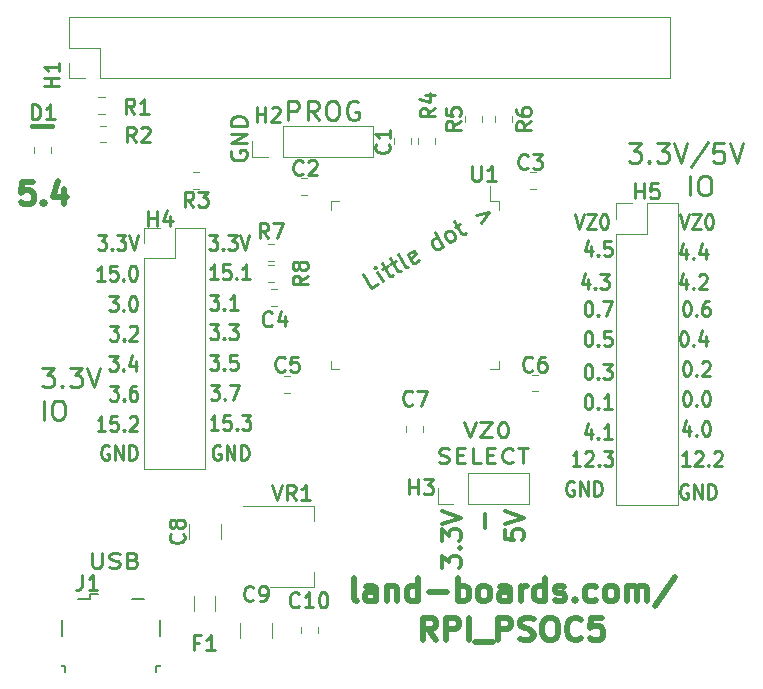
<source format=gbr>
G04 #@! TF.GenerationSoftware,KiCad,Pcbnew,(5.0.2)-1*
G04 #@! TF.CreationDate,2019-10-06T12:17:26-04:00*
G04 #@! TF.ProjectId,RPI_PSOC5,5250495f-5053-44f4-9335-2e6b69636164,X1*
G04 #@! TF.SameCoordinates,Original*
G04 #@! TF.FileFunction,Legend,Top*
G04 #@! TF.FilePolarity,Positive*
%FSLAX46Y46*%
G04 Gerber Fmt 4.6, Leading zero omitted, Abs format (unit mm)*
G04 Created by KiCad (PCBNEW (5.0.2)-1) date 10/6/2019 12:17:26 PM*
%MOMM*%
%LPD*%
G01*
G04 APERTURE LIST*
%ADD10C,0.285750*%
%ADD11C,0.300000*%
%ADD12C,0.476250*%
%ADD13C,0.381000*%
%ADD14C,0.120000*%
%ADD15C,0.150000*%
%ADD16C,0.254000*%
G04 APERTURE END LIST*
D10*
X4739594Y-30607755D02*
X5761642Y-30607755D01*
X5211308Y-31236708D01*
X5447166Y-31236708D01*
X5604404Y-31315327D01*
X5683023Y-31393946D01*
X5761642Y-31551184D01*
X5761642Y-31944279D01*
X5683023Y-32101517D01*
X5604404Y-32180136D01*
X5447166Y-32258755D01*
X4975451Y-32258755D01*
X4818213Y-32180136D01*
X4739594Y-32101517D01*
X6469213Y-32101517D02*
X6547832Y-32180136D01*
X6469213Y-32258755D01*
X6390594Y-32180136D01*
X6469213Y-32101517D01*
X6469213Y-32258755D01*
X7098166Y-30607755D02*
X8120213Y-30607755D01*
X7569880Y-31236708D01*
X7805737Y-31236708D01*
X7962975Y-31315327D01*
X8041594Y-31393946D01*
X8120213Y-31551184D01*
X8120213Y-31944279D01*
X8041594Y-32101517D01*
X7962975Y-32180136D01*
X7805737Y-32258755D01*
X7334023Y-32258755D01*
X7176785Y-32180136D01*
X7098166Y-32101517D01*
X8591927Y-30607755D02*
X9142261Y-32258755D01*
X9692594Y-30607755D01*
X4896832Y-35021005D02*
X4896832Y-33370005D01*
X5997499Y-33370005D02*
X6311975Y-33370005D01*
X6469213Y-33448625D01*
X6626451Y-33605863D01*
X6705070Y-33920339D01*
X6705070Y-34470672D01*
X6626451Y-34785148D01*
X6469213Y-34942386D01*
X6311975Y-35021005D01*
X5997499Y-35021005D01*
X5840261Y-34942386D01*
X5683023Y-34785148D01*
X5604404Y-34470672D01*
X5604404Y-33920339D01*
X5683023Y-33605863D01*
X5840261Y-33448625D01*
X5997499Y-33370005D01*
X54447394Y-11583155D02*
X55469442Y-11583155D01*
X54919108Y-12212108D01*
X55154966Y-12212108D01*
X55312204Y-12290727D01*
X55390823Y-12369346D01*
X55469442Y-12526584D01*
X55469442Y-12919679D01*
X55390823Y-13076917D01*
X55312204Y-13155536D01*
X55154966Y-13234155D01*
X54683251Y-13234155D01*
X54526013Y-13155536D01*
X54447394Y-13076917D01*
X56177013Y-13076917D02*
X56255632Y-13155536D01*
X56177013Y-13234155D01*
X56098394Y-13155536D01*
X56177013Y-13076917D01*
X56177013Y-13234155D01*
X56805966Y-11583155D02*
X57828013Y-11583155D01*
X57277680Y-12212108D01*
X57513537Y-12212108D01*
X57670775Y-12290727D01*
X57749394Y-12369346D01*
X57828013Y-12526584D01*
X57828013Y-12919679D01*
X57749394Y-13076917D01*
X57670775Y-13155536D01*
X57513537Y-13234155D01*
X57041823Y-13234155D01*
X56884585Y-13155536D01*
X56805966Y-13076917D01*
X58299727Y-11583155D02*
X58850061Y-13234155D01*
X59400394Y-11583155D01*
X61130013Y-11504536D02*
X59714870Y-13627251D01*
X62466537Y-11583155D02*
X61680347Y-11583155D01*
X61601727Y-12369346D01*
X61680347Y-12290727D01*
X61837585Y-12212108D01*
X62230680Y-12212108D01*
X62387918Y-12290727D01*
X62466537Y-12369346D01*
X62545156Y-12526584D01*
X62545156Y-12919679D01*
X62466537Y-13076917D01*
X62387918Y-13155536D01*
X62230680Y-13234155D01*
X61837585Y-13234155D01*
X61680347Y-13155536D01*
X61601727Y-13076917D01*
X63016870Y-11583155D02*
X63567204Y-13234155D01*
X64117537Y-11583155D01*
X59636251Y-15996405D02*
X59636251Y-14345405D01*
X60736918Y-14345405D02*
X61051394Y-14345405D01*
X61208632Y-14424025D01*
X61365870Y-14581263D01*
X61444489Y-14895739D01*
X61444489Y-15446072D01*
X61365870Y-15760548D01*
X61208632Y-15917786D01*
X61051394Y-15996405D01*
X60736918Y-15996405D01*
X60579680Y-15917786D01*
X60422442Y-15760548D01*
X60343823Y-15446072D01*
X60343823Y-14895739D01*
X60422442Y-14581263D01*
X60579680Y-14424025D01*
X60736918Y-14345405D01*
X8975680Y-46269123D02*
X8975680Y-47297219D01*
X9047108Y-47418171D01*
X9118537Y-47478647D01*
X9261394Y-47539123D01*
X9547108Y-47539123D01*
X9689966Y-47478647D01*
X9761394Y-47418171D01*
X9832823Y-47297219D01*
X9832823Y-46269123D01*
X10475680Y-47478647D02*
X10689966Y-47539123D01*
X11047108Y-47539123D01*
X11189966Y-47478647D01*
X11261394Y-47418171D01*
X11332823Y-47297219D01*
X11332823Y-47176266D01*
X11261394Y-47055314D01*
X11189966Y-46994838D01*
X11047108Y-46934361D01*
X10761394Y-46873885D01*
X10618537Y-46813409D01*
X10547108Y-46752933D01*
X10475680Y-46631980D01*
X10475680Y-46511028D01*
X10547108Y-46390076D01*
X10618537Y-46329600D01*
X10761394Y-46269123D01*
X11118537Y-46269123D01*
X11332823Y-46329600D01*
X12475680Y-46873885D02*
X12689966Y-46934361D01*
X12761394Y-46994838D01*
X12832823Y-47115790D01*
X12832823Y-47297219D01*
X12761394Y-47418171D01*
X12689966Y-47478647D01*
X12547108Y-47539123D01*
X11975680Y-47539123D01*
X11975680Y-46269123D01*
X12475680Y-46269123D01*
X12618537Y-46329600D01*
X12689966Y-46390076D01*
X12761394Y-46511028D01*
X12761394Y-46631980D01*
X12689966Y-46752933D01*
X12618537Y-46813409D01*
X12475680Y-46873885D01*
X11975680Y-46873885D01*
X33229694Y-23494997D02*
X32653581Y-23827616D01*
X31955081Y-22617779D01*
X33632973Y-23262164D02*
X33167307Y-22455606D01*
X32934473Y-22052327D02*
X32910124Y-22143200D01*
X33000997Y-22167549D01*
X33025347Y-22076676D01*
X32934473Y-22052327D01*
X33000997Y-22167549D01*
X33570586Y-22222772D02*
X34031476Y-21956677D01*
X33510586Y-21719708D02*
X34109301Y-22756711D01*
X34233436Y-22838672D01*
X34381920Y-22829759D01*
X34497143Y-22763236D01*
X34261922Y-21823630D02*
X34722812Y-21557534D01*
X34201922Y-21320565D02*
X34800636Y-22357568D01*
X34924772Y-22439529D01*
X35073256Y-22430616D01*
X35188479Y-22364093D01*
X35764592Y-22031474D02*
X35616107Y-22040386D01*
X35491972Y-21958425D01*
X34893258Y-20921422D01*
X36653111Y-21441672D02*
X36571150Y-21565807D01*
X36340705Y-21698855D01*
X36192220Y-21707767D01*
X36068085Y-21625806D01*
X35801990Y-21164916D01*
X35793077Y-21016431D01*
X35875038Y-20892296D01*
X36105483Y-20759249D01*
X36253968Y-20750336D01*
X36378103Y-20832297D01*
X36444627Y-20947519D01*
X35935038Y-21395361D01*
X38702769Y-20335116D02*
X38004269Y-19125279D01*
X38669507Y-20277505D02*
X38587546Y-20401640D01*
X38357101Y-20534688D01*
X38208616Y-20543600D01*
X38117743Y-20519251D01*
X37993608Y-20437290D01*
X37794036Y-20091622D01*
X37785124Y-19943138D01*
X37809473Y-19852265D01*
X37891434Y-19728130D01*
X38121879Y-19595082D01*
X38270364Y-19586169D01*
X39451716Y-19902712D02*
X39303231Y-19911624D01*
X39212358Y-19887275D01*
X39088223Y-19805314D01*
X38888651Y-19459646D01*
X38879739Y-19311162D01*
X38904088Y-19220288D01*
X38986049Y-19096153D01*
X39158883Y-18996368D01*
X39307367Y-18987455D01*
X39398241Y-19011805D01*
X39522376Y-19093765D01*
X39721947Y-19439433D01*
X39730860Y-19587918D01*
X39706510Y-19678791D01*
X39624549Y-19802926D01*
X39451716Y-19902712D01*
X39734996Y-18663749D02*
X40195886Y-18397653D01*
X39674997Y-18160684D02*
X40273711Y-19197687D01*
X40397846Y-19279648D01*
X40546330Y-19270736D01*
X40661553Y-19204212D01*
X41520946Y-17632630D02*
X42642299Y-17446107D01*
X41920089Y-18323965D01*
X49852262Y-17592523D02*
X50233262Y-18862523D01*
X50614262Y-17592523D01*
X50886405Y-17592523D02*
X51648405Y-17592523D01*
X50886405Y-18862523D01*
X51648405Y-18862523D01*
X52301548Y-17592523D02*
X52410405Y-17592523D01*
X52519262Y-17653000D01*
X52573691Y-17713476D01*
X52628119Y-17834428D01*
X52682548Y-18076333D01*
X52682548Y-18378714D01*
X52628119Y-18620619D01*
X52573691Y-18741571D01*
X52519262Y-18802047D01*
X52410405Y-18862523D01*
X52301548Y-18862523D01*
X52192691Y-18802047D01*
X52138262Y-18741571D01*
X52083833Y-18620619D01*
X52029405Y-18378714D01*
X52029405Y-18076333D01*
X52083833Y-17834428D01*
X52138262Y-17713476D01*
X52192691Y-17653000D01*
X52301548Y-17592523D01*
X18891023Y-19370523D02*
X19598594Y-19370523D01*
X19217594Y-19854333D01*
X19380880Y-19854333D01*
X19489737Y-19914809D01*
X19544166Y-19975285D01*
X19598594Y-20096238D01*
X19598594Y-20398619D01*
X19544166Y-20519571D01*
X19489737Y-20580047D01*
X19380880Y-20640523D01*
X19054308Y-20640523D01*
X18945451Y-20580047D01*
X18891023Y-20519571D01*
X20088451Y-20519571D02*
X20142880Y-20580047D01*
X20088451Y-20640523D01*
X20034023Y-20580047D01*
X20088451Y-20519571D01*
X20088451Y-20640523D01*
X20523880Y-19370523D02*
X21231451Y-19370523D01*
X20850451Y-19854333D01*
X21013737Y-19854333D01*
X21122594Y-19914809D01*
X21177023Y-19975285D01*
X21231451Y-20096238D01*
X21231451Y-20398619D01*
X21177023Y-20519571D01*
X21122594Y-20580047D01*
X21013737Y-20640523D01*
X20687166Y-20640523D01*
X20578308Y-20580047D01*
X20523880Y-20519571D01*
X21558023Y-19370523D02*
X21939023Y-20640523D01*
X22320023Y-19370523D01*
X10409691Y-37211000D02*
X10300833Y-37150523D01*
X10137548Y-37150523D01*
X9974262Y-37211000D01*
X9865405Y-37331952D01*
X9810976Y-37452904D01*
X9756548Y-37694809D01*
X9756548Y-37876238D01*
X9810976Y-38118142D01*
X9865405Y-38239095D01*
X9974262Y-38360047D01*
X10137548Y-38420523D01*
X10246405Y-38420523D01*
X10409691Y-38360047D01*
X10464119Y-38299571D01*
X10464119Y-37876238D01*
X10246405Y-37876238D01*
X10953976Y-38420523D02*
X10953976Y-37150523D01*
X11607119Y-38420523D01*
X11607119Y-37150523D01*
X12151405Y-38420523D02*
X12151405Y-37150523D01*
X12423548Y-37150523D01*
X12586833Y-37211000D01*
X12695691Y-37331952D01*
X12750119Y-37452904D01*
X12804548Y-37694809D01*
X12804548Y-37876238D01*
X12750119Y-38118142D01*
X12695691Y-38239095D01*
X12586833Y-38360047D01*
X12423548Y-38420523D01*
X12151405Y-38420523D01*
X19852594Y-37211000D02*
X19743737Y-37150523D01*
X19580451Y-37150523D01*
X19417166Y-37211000D01*
X19308308Y-37331952D01*
X19253880Y-37452904D01*
X19199451Y-37694809D01*
X19199451Y-37876238D01*
X19253880Y-38118142D01*
X19308308Y-38239095D01*
X19417166Y-38360047D01*
X19580451Y-38420523D01*
X19689308Y-38420523D01*
X19852594Y-38360047D01*
X19907023Y-38299571D01*
X19907023Y-37876238D01*
X19689308Y-37876238D01*
X20396880Y-38420523D02*
X20396880Y-37150523D01*
X21050023Y-38420523D01*
X21050023Y-37150523D01*
X21594308Y-38420523D02*
X21594308Y-37150523D01*
X21866451Y-37150523D01*
X22029737Y-37211000D01*
X22138594Y-37331952D01*
X22193023Y-37452904D01*
X22247451Y-37694809D01*
X22247451Y-37876238D01*
X22193023Y-38118142D01*
X22138594Y-38239095D01*
X22029737Y-38360047D01*
X21866451Y-38420523D01*
X21594308Y-38420523D01*
X20789900Y-12240380D02*
X20723376Y-12373428D01*
X20723376Y-12573000D01*
X20789900Y-12772571D01*
X20922947Y-12905619D01*
X21055995Y-12972142D01*
X21322090Y-13038666D01*
X21521661Y-13038666D01*
X21787757Y-12972142D01*
X21920804Y-12905619D01*
X22053852Y-12772571D01*
X22120376Y-12573000D01*
X22120376Y-12439952D01*
X22053852Y-12240380D01*
X21987328Y-12173857D01*
X21521661Y-12173857D01*
X21521661Y-12439952D01*
X22120376Y-11575142D02*
X20723376Y-11575142D01*
X22120376Y-10776857D01*
X20723376Y-10776857D01*
X22120376Y-10111619D02*
X20723376Y-10111619D01*
X20723376Y-9779000D01*
X20789900Y-9579428D01*
X20922947Y-9446380D01*
X21055995Y-9379857D01*
X21322090Y-9313333D01*
X21521661Y-9313333D01*
X21787757Y-9379857D01*
X21920804Y-9446380D01*
X22053852Y-9579428D01*
X22120376Y-9779000D01*
X22120376Y-10111619D01*
D11*
X38613404Y-47526690D02*
X38613404Y-46543952D01*
X39218166Y-47073119D01*
X39218166Y-46846333D01*
X39293761Y-46695142D01*
X39369357Y-46619547D01*
X39520547Y-46543952D01*
X39898523Y-46543952D01*
X40049714Y-46619547D01*
X40125309Y-46695142D01*
X40200904Y-46846333D01*
X40200904Y-47299904D01*
X40125309Y-47451095D01*
X40049714Y-47526690D01*
X40049714Y-45863595D02*
X40125309Y-45788000D01*
X40200904Y-45863595D01*
X40125309Y-45939190D01*
X40049714Y-45863595D01*
X40200904Y-45863595D01*
X38613404Y-45258833D02*
X38613404Y-44276095D01*
X39218166Y-44805261D01*
X39218166Y-44578476D01*
X39293761Y-44427285D01*
X39369357Y-44351690D01*
X39520547Y-44276095D01*
X39898523Y-44276095D01*
X40049714Y-44351690D01*
X40125309Y-44427285D01*
X40200904Y-44578476D01*
X40200904Y-45032047D01*
X40125309Y-45183238D01*
X40049714Y-45258833D01*
X38613404Y-43822523D02*
X40200904Y-43293357D01*
X38613404Y-42764190D01*
X42277392Y-44200500D02*
X42277392Y-42990976D01*
X43975904Y-44351690D02*
X43975904Y-45107642D01*
X44731857Y-45183238D01*
X44656261Y-45107642D01*
X44580666Y-44956452D01*
X44580666Y-44578476D01*
X44656261Y-44427285D01*
X44731857Y-44351690D01*
X44883047Y-44276095D01*
X45261023Y-44276095D01*
X45412214Y-44351690D01*
X45487809Y-44427285D01*
X45563404Y-44578476D01*
X45563404Y-44956452D01*
X45487809Y-45107642D01*
X45412214Y-45183238D01*
X43975904Y-43822523D02*
X45563404Y-43293357D01*
X43975904Y-42764190D01*
D10*
X25597832Y-9636880D02*
X25597832Y-7985880D01*
X26226785Y-7985880D01*
X26384023Y-8064500D01*
X26462642Y-8143119D01*
X26541261Y-8300357D01*
X26541261Y-8536214D01*
X26462642Y-8693452D01*
X26384023Y-8772071D01*
X26226785Y-8850690D01*
X25597832Y-8850690D01*
X28192261Y-9636880D02*
X27641927Y-8850690D01*
X27248832Y-9636880D02*
X27248832Y-7985880D01*
X27877785Y-7985880D01*
X28035023Y-8064500D01*
X28113642Y-8143119D01*
X28192261Y-8300357D01*
X28192261Y-8536214D01*
X28113642Y-8693452D01*
X28035023Y-8772071D01*
X27877785Y-8850690D01*
X27248832Y-8850690D01*
X29214308Y-7985880D02*
X29528785Y-7985880D01*
X29686023Y-8064500D01*
X29843261Y-8221738D01*
X29921880Y-8536214D01*
X29921880Y-9086547D01*
X29843261Y-9401023D01*
X29686023Y-9558261D01*
X29528785Y-9636880D01*
X29214308Y-9636880D01*
X29057070Y-9558261D01*
X28899832Y-9401023D01*
X28821213Y-9086547D01*
X28821213Y-8536214D01*
X28899832Y-8221738D01*
X29057070Y-8064500D01*
X29214308Y-7985880D01*
X31494261Y-8064500D02*
X31337023Y-7985880D01*
X31101166Y-7985880D01*
X30865308Y-8064500D01*
X30708070Y-8221738D01*
X30629451Y-8378976D01*
X30550832Y-8693452D01*
X30550832Y-8929309D01*
X30629451Y-9243785D01*
X30708070Y-9401023D01*
X30865308Y-9558261D01*
X31101166Y-9636880D01*
X31258404Y-9636880D01*
X31494261Y-9558261D01*
X31572880Y-9479642D01*
X31572880Y-8929309D01*
X31258404Y-8929309D01*
D12*
X3981676Y-14857185D02*
X3074533Y-14857185D01*
X2983819Y-15764328D01*
X3074533Y-15673614D01*
X3255962Y-15582900D01*
X3709533Y-15582900D01*
X3890962Y-15673614D01*
X3981676Y-15764328D01*
X4072391Y-15945757D01*
X4072391Y-16399328D01*
X3981676Y-16580757D01*
X3890962Y-16671471D01*
X3709533Y-16762185D01*
X3255962Y-16762185D01*
X3074533Y-16671471D01*
X2983819Y-16580757D01*
X4888819Y-16580757D02*
X4979533Y-16671471D01*
X4888819Y-16762185D01*
X4798105Y-16671471D01*
X4888819Y-16580757D01*
X4888819Y-16762185D01*
X6612391Y-15492185D02*
X6612391Y-16762185D01*
X6158819Y-14766471D02*
X5705248Y-16127185D01*
X6884533Y-16127185D01*
D13*
X3949000Y-10083800D02*
X5600000Y-10083800D01*
D10*
X40514308Y-35209148D02*
X41014308Y-36479148D01*
X41514308Y-35209148D01*
X41871451Y-35209148D02*
X42871451Y-35209148D01*
X41871451Y-36479148D01*
X42871451Y-36479148D01*
X43728594Y-35209148D02*
X43871451Y-35209148D01*
X44014308Y-35269625D01*
X44085737Y-35330101D01*
X44157166Y-35451053D01*
X44228594Y-35692958D01*
X44228594Y-35995339D01*
X44157166Y-36237244D01*
X44085737Y-36358196D01*
X44014308Y-36418672D01*
X43871451Y-36479148D01*
X43728594Y-36479148D01*
X43585737Y-36418672D01*
X43514308Y-36358196D01*
X43442880Y-36237244D01*
X43371451Y-35995339D01*
X43371451Y-35692958D01*
X43442880Y-35451053D01*
X43514308Y-35330101D01*
X43585737Y-35269625D01*
X43728594Y-35209148D01*
X38371451Y-38609422D02*
X38585737Y-38669898D01*
X38942880Y-38669898D01*
X39085737Y-38609422D01*
X39157166Y-38548946D01*
X39228594Y-38427994D01*
X39228594Y-38307041D01*
X39157166Y-38186089D01*
X39085737Y-38125613D01*
X38942880Y-38065136D01*
X38657166Y-38004660D01*
X38514308Y-37944184D01*
X38442880Y-37883708D01*
X38371451Y-37762755D01*
X38371451Y-37641803D01*
X38442880Y-37520851D01*
X38514308Y-37460375D01*
X38657166Y-37399898D01*
X39014308Y-37399898D01*
X39228594Y-37460375D01*
X39871451Y-38004660D02*
X40371451Y-38004660D01*
X40585737Y-38669898D02*
X39871451Y-38669898D01*
X39871451Y-37399898D01*
X40585737Y-37399898D01*
X41942880Y-38669898D02*
X41228594Y-38669898D01*
X41228594Y-37399898D01*
X42442880Y-38004660D02*
X42942880Y-38004660D01*
X43157166Y-38669898D02*
X42442880Y-38669898D01*
X42442880Y-37399898D01*
X43157166Y-37399898D01*
X44657166Y-38548946D02*
X44585737Y-38609422D01*
X44371451Y-38669898D01*
X44228594Y-38669898D01*
X44014308Y-38609422D01*
X43871451Y-38488470D01*
X43800023Y-38367517D01*
X43728594Y-38125613D01*
X43728594Y-37944184D01*
X43800023Y-37702279D01*
X43871451Y-37581327D01*
X44014308Y-37460375D01*
X44228594Y-37399898D01*
X44371451Y-37399898D01*
X44585737Y-37460375D01*
X44657166Y-37520851D01*
X45085737Y-37399898D02*
X45942880Y-37399898D01*
X45514308Y-38669898D02*
X45514308Y-37399898D01*
X51239737Y-20301857D02*
X51239737Y-21148523D01*
X50967594Y-19818047D02*
X50695451Y-20725190D01*
X51403023Y-20725190D01*
X51838451Y-21027571D02*
X51892880Y-21088047D01*
X51838451Y-21148523D01*
X51784023Y-21088047D01*
X51838451Y-21027571D01*
X51838451Y-21148523D01*
X52927023Y-19878523D02*
X52382737Y-19878523D01*
X52328308Y-20483285D01*
X52382737Y-20422809D01*
X52491594Y-20362333D01*
X52763737Y-20362333D01*
X52872594Y-20422809D01*
X52927023Y-20483285D01*
X52981451Y-20604238D01*
X52981451Y-20906619D01*
X52927023Y-21027571D01*
X52872594Y-21088047D01*
X52763737Y-21148523D01*
X52491594Y-21148523D01*
X52382737Y-21088047D01*
X52328308Y-21027571D01*
X59322833Y-20555857D02*
X59322833Y-21402523D01*
X59050691Y-20072047D02*
X58778548Y-20979190D01*
X59486119Y-20979190D01*
X59921548Y-21281571D02*
X59975976Y-21342047D01*
X59921548Y-21402523D01*
X59867119Y-21342047D01*
X59921548Y-21281571D01*
X59921548Y-21402523D01*
X60955691Y-20555857D02*
X60955691Y-21402523D01*
X60683548Y-20072047D02*
X60411405Y-20979190D01*
X61118976Y-20979190D01*
X50985737Y-23095857D02*
X50985737Y-23942523D01*
X50713594Y-22612047D02*
X50441451Y-23519190D01*
X51149023Y-23519190D01*
X51584451Y-23821571D02*
X51638880Y-23882047D01*
X51584451Y-23942523D01*
X51530023Y-23882047D01*
X51584451Y-23821571D01*
X51584451Y-23942523D01*
X52019880Y-22672523D02*
X52727451Y-22672523D01*
X52346451Y-23156333D01*
X52509737Y-23156333D01*
X52618594Y-23216809D01*
X52673023Y-23277285D01*
X52727451Y-23398238D01*
X52727451Y-23700619D01*
X52673023Y-23821571D01*
X52618594Y-23882047D01*
X52509737Y-23942523D01*
X52183166Y-23942523D01*
X52074308Y-23882047D01*
X52019880Y-23821571D01*
X50967594Y-24958523D02*
X51076451Y-24958523D01*
X51185308Y-25019000D01*
X51239737Y-25079476D01*
X51294166Y-25200428D01*
X51348594Y-25442333D01*
X51348594Y-25744714D01*
X51294166Y-25986619D01*
X51239737Y-26107571D01*
X51185308Y-26168047D01*
X51076451Y-26228523D01*
X50967594Y-26228523D01*
X50858737Y-26168047D01*
X50804308Y-26107571D01*
X50749880Y-25986619D01*
X50695451Y-25744714D01*
X50695451Y-25442333D01*
X50749880Y-25200428D01*
X50804308Y-25079476D01*
X50858737Y-25019000D01*
X50967594Y-24958523D01*
X51838451Y-26107571D02*
X51892880Y-26168047D01*
X51838451Y-26228523D01*
X51784023Y-26168047D01*
X51838451Y-26107571D01*
X51838451Y-26228523D01*
X52273880Y-24958523D02*
X53035880Y-24958523D01*
X52546023Y-26228523D01*
X50967594Y-27498523D02*
X51076451Y-27498523D01*
X51185308Y-27559000D01*
X51239737Y-27619476D01*
X51294166Y-27740428D01*
X51348594Y-27982333D01*
X51348594Y-28284714D01*
X51294166Y-28526619D01*
X51239737Y-28647571D01*
X51185308Y-28708047D01*
X51076451Y-28768523D01*
X50967594Y-28768523D01*
X50858737Y-28708047D01*
X50804308Y-28647571D01*
X50749880Y-28526619D01*
X50695451Y-28284714D01*
X50695451Y-27982333D01*
X50749880Y-27740428D01*
X50804308Y-27619476D01*
X50858737Y-27559000D01*
X50967594Y-27498523D01*
X51838451Y-28647571D02*
X51892880Y-28708047D01*
X51838451Y-28768523D01*
X51784023Y-28708047D01*
X51838451Y-28647571D01*
X51838451Y-28768523D01*
X52927023Y-27498523D02*
X52382737Y-27498523D01*
X52328308Y-28103285D01*
X52382737Y-28042809D01*
X52491594Y-27982333D01*
X52763737Y-27982333D01*
X52872594Y-28042809D01*
X52927023Y-28103285D01*
X52981451Y-28224238D01*
X52981451Y-28526619D01*
X52927023Y-28647571D01*
X52872594Y-28708047D01*
X52763737Y-28768523D01*
X52491594Y-28768523D01*
X52382737Y-28708047D01*
X52328308Y-28647571D01*
X50967594Y-30292523D02*
X51076451Y-30292523D01*
X51185308Y-30353000D01*
X51239737Y-30413476D01*
X51294166Y-30534428D01*
X51348594Y-30776333D01*
X51348594Y-31078714D01*
X51294166Y-31320619D01*
X51239737Y-31441571D01*
X51185308Y-31502047D01*
X51076451Y-31562523D01*
X50967594Y-31562523D01*
X50858737Y-31502047D01*
X50804308Y-31441571D01*
X50749880Y-31320619D01*
X50695451Y-31078714D01*
X50695451Y-30776333D01*
X50749880Y-30534428D01*
X50804308Y-30413476D01*
X50858737Y-30353000D01*
X50967594Y-30292523D01*
X51838451Y-31441571D02*
X51892880Y-31502047D01*
X51838451Y-31562523D01*
X51784023Y-31502047D01*
X51838451Y-31441571D01*
X51838451Y-31562523D01*
X52273880Y-30292523D02*
X52981451Y-30292523D01*
X52600451Y-30776333D01*
X52763737Y-30776333D01*
X52872594Y-30836809D01*
X52927023Y-30897285D01*
X52981451Y-31018238D01*
X52981451Y-31320619D01*
X52927023Y-31441571D01*
X52872594Y-31502047D01*
X52763737Y-31562523D01*
X52437166Y-31562523D01*
X52328308Y-31502047D01*
X52273880Y-31441571D01*
X50967594Y-32832523D02*
X51076451Y-32832523D01*
X51185308Y-32893000D01*
X51239737Y-32953476D01*
X51294166Y-33074428D01*
X51348594Y-33316333D01*
X51348594Y-33618714D01*
X51294166Y-33860619D01*
X51239737Y-33981571D01*
X51185308Y-34042047D01*
X51076451Y-34102523D01*
X50967594Y-34102523D01*
X50858737Y-34042047D01*
X50804308Y-33981571D01*
X50749880Y-33860619D01*
X50695451Y-33618714D01*
X50695451Y-33316333D01*
X50749880Y-33074428D01*
X50804308Y-32953476D01*
X50858737Y-32893000D01*
X50967594Y-32832523D01*
X51838451Y-33981571D02*
X51892880Y-34042047D01*
X51838451Y-34102523D01*
X51784023Y-34042047D01*
X51838451Y-33981571D01*
X51838451Y-34102523D01*
X52981451Y-34102523D02*
X52328308Y-34102523D01*
X52654880Y-34102523D02*
X52654880Y-32832523D01*
X52546023Y-33013952D01*
X52437166Y-33134904D01*
X52328308Y-33195380D01*
X51239737Y-35795857D02*
X51239737Y-36642523D01*
X50967594Y-35312047D02*
X50695451Y-36219190D01*
X51403023Y-36219190D01*
X51838451Y-36521571D02*
X51892880Y-36582047D01*
X51838451Y-36642523D01*
X51784023Y-36582047D01*
X51838451Y-36521571D01*
X51838451Y-36642523D01*
X52981451Y-36642523D02*
X52328308Y-36642523D01*
X52654880Y-36642523D02*
X52654880Y-35372523D01*
X52546023Y-35553952D01*
X52437166Y-35674904D01*
X52328308Y-35735380D01*
X59322833Y-23095857D02*
X59322833Y-23942523D01*
X59050691Y-22612047D02*
X58778548Y-23519190D01*
X59486119Y-23519190D01*
X59921548Y-23821571D02*
X59975976Y-23882047D01*
X59921548Y-23942523D01*
X59867119Y-23882047D01*
X59921548Y-23821571D01*
X59921548Y-23942523D01*
X60411405Y-22793476D02*
X60465833Y-22733000D01*
X60574691Y-22672523D01*
X60846833Y-22672523D01*
X60955691Y-22733000D01*
X61010119Y-22793476D01*
X61064548Y-22914428D01*
X61064548Y-23035380D01*
X61010119Y-23216809D01*
X60356976Y-23942523D01*
X61064548Y-23942523D01*
X59304691Y-24958523D02*
X59413548Y-24958523D01*
X59522405Y-25019000D01*
X59576833Y-25079476D01*
X59631262Y-25200428D01*
X59685691Y-25442333D01*
X59685691Y-25744714D01*
X59631262Y-25986619D01*
X59576833Y-26107571D01*
X59522405Y-26168047D01*
X59413548Y-26228523D01*
X59304691Y-26228523D01*
X59195833Y-26168047D01*
X59141405Y-26107571D01*
X59086976Y-25986619D01*
X59032548Y-25744714D01*
X59032548Y-25442333D01*
X59086976Y-25200428D01*
X59141405Y-25079476D01*
X59195833Y-25019000D01*
X59304691Y-24958523D01*
X60175548Y-26107571D02*
X60229976Y-26168047D01*
X60175548Y-26228523D01*
X60121119Y-26168047D01*
X60175548Y-26107571D01*
X60175548Y-26228523D01*
X61209691Y-24958523D02*
X60991976Y-24958523D01*
X60883119Y-25019000D01*
X60828691Y-25079476D01*
X60719833Y-25260904D01*
X60665405Y-25502809D01*
X60665405Y-25986619D01*
X60719833Y-26107571D01*
X60774262Y-26168047D01*
X60883119Y-26228523D01*
X61100833Y-26228523D01*
X61209691Y-26168047D01*
X61264119Y-26107571D01*
X61318548Y-25986619D01*
X61318548Y-25684238D01*
X61264119Y-25563285D01*
X61209691Y-25502809D01*
X61100833Y-25442333D01*
X60883119Y-25442333D01*
X60774262Y-25502809D01*
X60719833Y-25563285D01*
X60665405Y-25684238D01*
X59050691Y-27498523D02*
X59159548Y-27498523D01*
X59268405Y-27559000D01*
X59322833Y-27619476D01*
X59377262Y-27740428D01*
X59431691Y-27982333D01*
X59431691Y-28284714D01*
X59377262Y-28526619D01*
X59322833Y-28647571D01*
X59268405Y-28708047D01*
X59159548Y-28768523D01*
X59050691Y-28768523D01*
X58941833Y-28708047D01*
X58887405Y-28647571D01*
X58832976Y-28526619D01*
X58778548Y-28284714D01*
X58778548Y-27982333D01*
X58832976Y-27740428D01*
X58887405Y-27619476D01*
X58941833Y-27559000D01*
X59050691Y-27498523D01*
X59921548Y-28647571D02*
X59975976Y-28708047D01*
X59921548Y-28768523D01*
X59867119Y-28708047D01*
X59921548Y-28647571D01*
X59921548Y-28768523D01*
X60955691Y-27921857D02*
X60955691Y-28768523D01*
X60683548Y-27438047D02*
X60411405Y-28345190D01*
X61118976Y-28345190D01*
X59304691Y-30038523D02*
X59413548Y-30038523D01*
X59522405Y-30099000D01*
X59576833Y-30159476D01*
X59631262Y-30280428D01*
X59685691Y-30522333D01*
X59685691Y-30824714D01*
X59631262Y-31066619D01*
X59576833Y-31187571D01*
X59522405Y-31248047D01*
X59413548Y-31308523D01*
X59304691Y-31308523D01*
X59195833Y-31248047D01*
X59141405Y-31187571D01*
X59086976Y-31066619D01*
X59032548Y-30824714D01*
X59032548Y-30522333D01*
X59086976Y-30280428D01*
X59141405Y-30159476D01*
X59195833Y-30099000D01*
X59304691Y-30038523D01*
X60175548Y-31187571D02*
X60229976Y-31248047D01*
X60175548Y-31308523D01*
X60121119Y-31248047D01*
X60175548Y-31187571D01*
X60175548Y-31308523D01*
X60665405Y-30159476D02*
X60719833Y-30099000D01*
X60828691Y-30038523D01*
X61100833Y-30038523D01*
X61209691Y-30099000D01*
X61264119Y-30159476D01*
X61318548Y-30280428D01*
X61318548Y-30401380D01*
X61264119Y-30582809D01*
X60610976Y-31308523D01*
X61318548Y-31308523D01*
X59304691Y-32578523D02*
X59413548Y-32578523D01*
X59522405Y-32639000D01*
X59576833Y-32699476D01*
X59631262Y-32820428D01*
X59685691Y-33062333D01*
X59685691Y-33364714D01*
X59631262Y-33606619D01*
X59576833Y-33727571D01*
X59522405Y-33788047D01*
X59413548Y-33848523D01*
X59304691Y-33848523D01*
X59195833Y-33788047D01*
X59141405Y-33727571D01*
X59086976Y-33606619D01*
X59032548Y-33364714D01*
X59032548Y-33062333D01*
X59086976Y-32820428D01*
X59141405Y-32699476D01*
X59195833Y-32639000D01*
X59304691Y-32578523D01*
X60175548Y-33727571D02*
X60229976Y-33788047D01*
X60175548Y-33848523D01*
X60121119Y-33788047D01*
X60175548Y-33727571D01*
X60175548Y-33848523D01*
X60937548Y-32578523D02*
X61046405Y-32578523D01*
X61155262Y-32639000D01*
X61209691Y-32699476D01*
X61264119Y-32820428D01*
X61318548Y-33062333D01*
X61318548Y-33364714D01*
X61264119Y-33606619D01*
X61209691Y-33727571D01*
X61155262Y-33788047D01*
X61046405Y-33848523D01*
X60937548Y-33848523D01*
X60828691Y-33788047D01*
X60774262Y-33727571D01*
X60719833Y-33606619D01*
X60665405Y-33364714D01*
X60665405Y-33062333D01*
X60719833Y-32820428D01*
X60774262Y-32699476D01*
X60828691Y-32639000D01*
X60937548Y-32578523D01*
X59576833Y-35541857D02*
X59576833Y-36388523D01*
X59304691Y-35058047D02*
X59032548Y-35965190D01*
X59740119Y-35965190D01*
X60175548Y-36267571D02*
X60229976Y-36328047D01*
X60175548Y-36388523D01*
X60121119Y-36328047D01*
X60175548Y-36267571D01*
X60175548Y-36388523D01*
X60937548Y-35118523D02*
X61046405Y-35118523D01*
X61155262Y-35179000D01*
X61209691Y-35239476D01*
X61264119Y-35360428D01*
X61318548Y-35602333D01*
X61318548Y-35904714D01*
X61264119Y-36146619D01*
X61209691Y-36267571D01*
X61155262Y-36328047D01*
X61046405Y-36388523D01*
X60937548Y-36388523D01*
X60828691Y-36328047D01*
X60774262Y-36267571D01*
X60719833Y-36146619D01*
X60665405Y-35904714D01*
X60665405Y-35602333D01*
X60719833Y-35360428D01*
X60774262Y-35239476D01*
X60828691Y-35179000D01*
X60937548Y-35118523D01*
X50332594Y-38928523D02*
X49679451Y-38928523D01*
X50006023Y-38928523D02*
X50006023Y-37658523D01*
X49897166Y-37839952D01*
X49788308Y-37960904D01*
X49679451Y-38021380D01*
X50768023Y-37779476D02*
X50822451Y-37719000D01*
X50931308Y-37658523D01*
X51203451Y-37658523D01*
X51312308Y-37719000D01*
X51366737Y-37779476D01*
X51421166Y-37900428D01*
X51421166Y-38021380D01*
X51366737Y-38202809D01*
X50713594Y-38928523D01*
X51421166Y-38928523D01*
X51911023Y-38807571D02*
X51965451Y-38868047D01*
X51911023Y-38928523D01*
X51856594Y-38868047D01*
X51911023Y-38807571D01*
X51911023Y-38928523D01*
X52346451Y-37658523D02*
X53054023Y-37658523D01*
X52673023Y-38142333D01*
X52836308Y-38142333D01*
X52945166Y-38202809D01*
X52999594Y-38263285D01*
X53054023Y-38384238D01*
X53054023Y-38686619D01*
X52999594Y-38807571D01*
X52945166Y-38868047D01*
X52836308Y-38928523D01*
X52509737Y-38928523D01*
X52400880Y-38868047D01*
X52346451Y-38807571D01*
X59613119Y-38928523D02*
X58959976Y-38928523D01*
X59286548Y-38928523D02*
X59286548Y-37658523D01*
X59177691Y-37839952D01*
X59068833Y-37960904D01*
X58959976Y-38021380D01*
X60048548Y-37779476D02*
X60102976Y-37719000D01*
X60211833Y-37658523D01*
X60483976Y-37658523D01*
X60592833Y-37719000D01*
X60647262Y-37779476D01*
X60701691Y-37900428D01*
X60701691Y-38021380D01*
X60647262Y-38202809D01*
X59994119Y-38928523D01*
X60701691Y-38928523D01*
X61191548Y-38807571D02*
X61245976Y-38868047D01*
X61191548Y-38928523D01*
X61137119Y-38868047D01*
X61191548Y-38807571D01*
X61191548Y-38928523D01*
X61681405Y-37779476D02*
X61735833Y-37719000D01*
X61844691Y-37658523D01*
X62116833Y-37658523D01*
X62225691Y-37719000D01*
X62280119Y-37779476D01*
X62334548Y-37900428D01*
X62334548Y-38021380D01*
X62280119Y-38202809D01*
X61626976Y-38928523D01*
X62334548Y-38928523D01*
X59431691Y-40513000D02*
X59322833Y-40452523D01*
X59159548Y-40452523D01*
X58996262Y-40513000D01*
X58887405Y-40633952D01*
X58832976Y-40754904D01*
X58778548Y-40996809D01*
X58778548Y-41178238D01*
X58832976Y-41420142D01*
X58887405Y-41541095D01*
X58996262Y-41662047D01*
X59159548Y-41722523D01*
X59268405Y-41722523D01*
X59431691Y-41662047D01*
X59486119Y-41601571D01*
X59486119Y-41178238D01*
X59268405Y-41178238D01*
X59975976Y-41722523D02*
X59975976Y-40452523D01*
X60629119Y-41722523D01*
X60629119Y-40452523D01*
X61173405Y-41722523D02*
X61173405Y-40452523D01*
X61445548Y-40452523D01*
X61608833Y-40513000D01*
X61717691Y-40633952D01*
X61772119Y-40754904D01*
X61826548Y-40996809D01*
X61826548Y-41178238D01*
X61772119Y-41420142D01*
X61717691Y-41541095D01*
X61608833Y-41662047D01*
X61445548Y-41722523D01*
X61173405Y-41722523D01*
X58742262Y-17592523D02*
X59123262Y-18862523D01*
X59504262Y-17592523D01*
X59776405Y-17592523D02*
X60538405Y-17592523D01*
X59776405Y-18862523D01*
X60538405Y-18862523D01*
X61191548Y-17592523D02*
X61300405Y-17592523D01*
X61409262Y-17653000D01*
X61463691Y-17713476D01*
X61518119Y-17834428D01*
X61572548Y-18076333D01*
X61572548Y-18378714D01*
X61518119Y-18620619D01*
X61463691Y-18741571D01*
X61409262Y-18802047D01*
X61300405Y-18862523D01*
X61191548Y-18862523D01*
X61082691Y-18802047D01*
X61028262Y-18741571D01*
X60973833Y-18620619D01*
X60919405Y-18378714D01*
X60919405Y-18076333D01*
X60973833Y-17834428D01*
X61028262Y-17713476D01*
X61082691Y-17653000D01*
X61191548Y-17592523D01*
X19687334Y-35860927D02*
X19034191Y-35860927D01*
X19360763Y-35860927D02*
X19360763Y-34590927D01*
X19251906Y-34772356D01*
X19143048Y-34893308D01*
X19034191Y-34953784D01*
X20721477Y-34590927D02*
X20177191Y-34590927D01*
X20122763Y-35195689D01*
X20177191Y-35135213D01*
X20286048Y-35074737D01*
X20558191Y-35074737D01*
X20667048Y-35135213D01*
X20721477Y-35195689D01*
X20775906Y-35316642D01*
X20775906Y-35619023D01*
X20721477Y-35739975D01*
X20667048Y-35800451D01*
X20558191Y-35860927D01*
X20286048Y-35860927D01*
X20177191Y-35800451D01*
X20122763Y-35739975D01*
X21265763Y-35739975D02*
X21320191Y-35800451D01*
X21265763Y-35860927D01*
X21211334Y-35800451D01*
X21265763Y-35739975D01*
X21265763Y-35860927D01*
X21701191Y-34590927D02*
X22408763Y-34590927D01*
X22027763Y-35074737D01*
X22191048Y-35074737D01*
X22299906Y-35135213D01*
X22354334Y-35195689D01*
X22408763Y-35316642D01*
X22408763Y-35619023D01*
X22354334Y-35739975D01*
X22299906Y-35800451D01*
X22191048Y-35860927D01*
X21864477Y-35860927D01*
X21755620Y-35800451D01*
X21701191Y-35739975D01*
X19030563Y-32050927D02*
X19738134Y-32050927D01*
X19357134Y-32534737D01*
X19520420Y-32534737D01*
X19629277Y-32595213D01*
X19683706Y-32655689D01*
X19738134Y-32776642D01*
X19738134Y-33079023D01*
X19683706Y-33199975D01*
X19629277Y-33260451D01*
X19520420Y-33320927D01*
X19193848Y-33320927D01*
X19084991Y-33260451D01*
X19030563Y-33199975D01*
X20227991Y-33199975D02*
X20282420Y-33260451D01*
X20227991Y-33320927D01*
X20173563Y-33260451D01*
X20227991Y-33199975D01*
X20227991Y-33320927D01*
X20663420Y-32050927D02*
X21425420Y-32050927D01*
X20935563Y-33320927D01*
X18979763Y-29510927D02*
X19687334Y-29510927D01*
X19306334Y-29994737D01*
X19469620Y-29994737D01*
X19578477Y-30055213D01*
X19632906Y-30115689D01*
X19687334Y-30236642D01*
X19687334Y-30539023D01*
X19632906Y-30659975D01*
X19578477Y-30720451D01*
X19469620Y-30780927D01*
X19143048Y-30780927D01*
X19034191Y-30720451D01*
X18979763Y-30659975D01*
X20177191Y-30659975D02*
X20231620Y-30720451D01*
X20177191Y-30780927D01*
X20122763Y-30720451D01*
X20177191Y-30659975D01*
X20177191Y-30780927D01*
X21265763Y-29510927D02*
X20721477Y-29510927D01*
X20667048Y-30115689D01*
X20721477Y-30055213D01*
X20830334Y-29994737D01*
X21102477Y-29994737D01*
X21211334Y-30055213D01*
X21265763Y-30115689D01*
X21320191Y-30236642D01*
X21320191Y-30539023D01*
X21265763Y-30659975D01*
X21211334Y-30720451D01*
X21102477Y-30780927D01*
X20830334Y-30780927D01*
X20721477Y-30720451D01*
X20667048Y-30659975D01*
X18979763Y-26920127D02*
X19687334Y-26920127D01*
X19306334Y-27403937D01*
X19469620Y-27403937D01*
X19578477Y-27464413D01*
X19632906Y-27524889D01*
X19687334Y-27645842D01*
X19687334Y-27948223D01*
X19632906Y-28069175D01*
X19578477Y-28129651D01*
X19469620Y-28190127D01*
X19143048Y-28190127D01*
X19034191Y-28129651D01*
X18979763Y-28069175D01*
X20177191Y-28069175D02*
X20231620Y-28129651D01*
X20177191Y-28190127D01*
X20122763Y-28129651D01*
X20177191Y-28069175D01*
X20177191Y-28190127D01*
X20612620Y-26920127D02*
X21320191Y-26920127D01*
X20939191Y-27403937D01*
X21102477Y-27403937D01*
X21211334Y-27464413D01*
X21265763Y-27524889D01*
X21320191Y-27645842D01*
X21320191Y-27948223D01*
X21265763Y-28069175D01*
X21211334Y-28129651D01*
X21102477Y-28190127D01*
X20775906Y-28190127D01*
X20667048Y-28129651D01*
X20612620Y-28069175D01*
X49779691Y-40259000D02*
X49670833Y-40198523D01*
X49507548Y-40198523D01*
X49344262Y-40259000D01*
X49235405Y-40379952D01*
X49180976Y-40500904D01*
X49126548Y-40742809D01*
X49126548Y-40924238D01*
X49180976Y-41166142D01*
X49235405Y-41287095D01*
X49344262Y-41408047D01*
X49507548Y-41468523D01*
X49616405Y-41468523D01*
X49779691Y-41408047D01*
X49834119Y-41347571D01*
X49834119Y-40924238D01*
X49616405Y-40924238D01*
X50323976Y-41468523D02*
X50323976Y-40198523D01*
X50977119Y-41468523D01*
X50977119Y-40198523D01*
X51521405Y-41468523D02*
X51521405Y-40198523D01*
X51793548Y-40198523D01*
X51956833Y-40259000D01*
X52065691Y-40379952D01*
X52120119Y-40500904D01*
X52174548Y-40742809D01*
X52174548Y-40924238D01*
X52120119Y-41166142D01*
X52065691Y-41287095D01*
X51956833Y-41408047D01*
X51793548Y-41468523D01*
X51521405Y-41468523D01*
X9484405Y-19370523D02*
X10191976Y-19370523D01*
X9810976Y-19854333D01*
X9974262Y-19854333D01*
X10083119Y-19914809D01*
X10137548Y-19975285D01*
X10191976Y-20096238D01*
X10191976Y-20398619D01*
X10137548Y-20519571D01*
X10083119Y-20580047D01*
X9974262Y-20640523D01*
X9647691Y-20640523D01*
X9538833Y-20580047D01*
X9484405Y-20519571D01*
X10681833Y-20519571D02*
X10736262Y-20580047D01*
X10681833Y-20640523D01*
X10627405Y-20580047D01*
X10681833Y-20519571D01*
X10681833Y-20640523D01*
X11117262Y-19370523D02*
X11824833Y-19370523D01*
X11443833Y-19854333D01*
X11607119Y-19854333D01*
X11715976Y-19914809D01*
X11770405Y-19975285D01*
X11824833Y-20096238D01*
X11824833Y-20398619D01*
X11770405Y-20519571D01*
X11715976Y-20580047D01*
X11607119Y-20640523D01*
X11280548Y-20640523D01*
X11171691Y-20580047D01*
X11117262Y-20519571D01*
X12151405Y-19370523D02*
X12532405Y-20640523D01*
X12913405Y-19370523D01*
X10121059Y-35962527D02*
X9467916Y-35962527D01*
X9794488Y-35962527D02*
X9794488Y-34692527D01*
X9685631Y-34873956D01*
X9576773Y-34994908D01*
X9467916Y-35055384D01*
X11155202Y-34692527D02*
X10610916Y-34692527D01*
X10556488Y-35297289D01*
X10610916Y-35236813D01*
X10719773Y-35176337D01*
X10991916Y-35176337D01*
X11100773Y-35236813D01*
X11155202Y-35297289D01*
X11209631Y-35418242D01*
X11209631Y-35720623D01*
X11155202Y-35841575D01*
X11100773Y-35902051D01*
X10991916Y-35962527D01*
X10719773Y-35962527D01*
X10610916Y-35902051D01*
X10556488Y-35841575D01*
X11699488Y-35841575D02*
X11753916Y-35902051D01*
X11699488Y-35962527D01*
X11645059Y-35902051D01*
X11699488Y-35841575D01*
X11699488Y-35962527D01*
X12189345Y-34813480D02*
X12243773Y-34753004D01*
X12352631Y-34692527D01*
X12624773Y-34692527D01*
X12733631Y-34753004D01*
X12788059Y-34813480D01*
X12842488Y-34934432D01*
X12842488Y-35055384D01*
X12788059Y-35236813D01*
X12134916Y-35962527D01*
X12842488Y-35962527D01*
X10502059Y-32101727D02*
X11209631Y-32101727D01*
X10828631Y-32585537D01*
X10991916Y-32585537D01*
X11100773Y-32646013D01*
X11155202Y-32706489D01*
X11209631Y-32827442D01*
X11209631Y-33129823D01*
X11155202Y-33250775D01*
X11100773Y-33311251D01*
X10991916Y-33371727D01*
X10665345Y-33371727D01*
X10556488Y-33311251D01*
X10502059Y-33250775D01*
X11699488Y-33250775D02*
X11753916Y-33311251D01*
X11699488Y-33371727D01*
X11645059Y-33311251D01*
X11699488Y-33250775D01*
X11699488Y-33371727D01*
X12733631Y-32101727D02*
X12515916Y-32101727D01*
X12407059Y-32162204D01*
X12352631Y-32222680D01*
X12243773Y-32404108D01*
X12189345Y-32646013D01*
X12189345Y-33129823D01*
X12243773Y-33250775D01*
X12298202Y-33311251D01*
X12407059Y-33371727D01*
X12624773Y-33371727D01*
X12733631Y-33311251D01*
X12788059Y-33250775D01*
X12842488Y-33129823D01*
X12842488Y-32827442D01*
X12788059Y-32706489D01*
X12733631Y-32646013D01*
X12624773Y-32585537D01*
X12407059Y-32585537D01*
X12298202Y-32646013D01*
X12243773Y-32706489D01*
X12189345Y-32827442D01*
X10451259Y-29561727D02*
X11158831Y-29561727D01*
X10777831Y-30045537D01*
X10941116Y-30045537D01*
X11049973Y-30106013D01*
X11104402Y-30166489D01*
X11158831Y-30287442D01*
X11158831Y-30589823D01*
X11104402Y-30710775D01*
X11049973Y-30771251D01*
X10941116Y-30831727D01*
X10614545Y-30831727D01*
X10505688Y-30771251D01*
X10451259Y-30710775D01*
X11648688Y-30710775D02*
X11703116Y-30771251D01*
X11648688Y-30831727D01*
X11594259Y-30771251D01*
X11648688Y-30710775D01*
X11648688Y-30831727D01*
X12682831Y-29985061D02*
X12682831Y-30831727D01*
X12410688Y-29501251D02*
X12138545Y-30408394D01*
X12846116Y-30408394D01*
X10502059Y-27021727D02*
X11209631Y-27021727D01*
X10828631Y-27505537D01*
X10991916Y-27505537D01*
X11100773Y-27566013D01*
X11155202Y-27626489D01*
X11209631Y-27747442D01*
X11209631Y-28049823D01*
X11155202Y-28170775D01*
X11100773Y-28231251D01*
X10991916Y-28291727D01*
X10665345Y-28291727D01*
X10556488Y-28231251D01*
X10502059Y-28170775D01*
X11699488Y-28170775D02*
X11753916Y-28231251D01*
X11699488Y-28291727D01*
X11645059Y-28231251D01*
X11699488Y-28170775D01*
X11699488Y-28291727D01*
X12189345Y-27142680D02*
X12243773Y-27082204D01*
X12352631Y-27021727D01*
X12624773Y-27021727D01*
X12733631Y-27082204D01*
X12788059Y-27142680D01*
X12842488Y-27263632D01*
X12842488Y-27384584D01*
X12788059Y-27566013D01*
X12134916Y-28291727D01*
X12842488Y-28291727D01*
X18979763Y-24430927D02*
X19687334Y-24430927D01*
X19306334Y-24914737D01*
X19469620Y-24914737D01*
X19578477Y-24975213D01*
X19632906Y-25035689D01*
X19687334Y-25156642D01*
X19687334Y-25459023D01*
X19632906Y-25579975D01*
X19578477Y-25640451D01*
X19469620Y-25700927D01*
X19143048Y-25700927D01*
X19034191Y-25640451D01*
X18979763Y-25579975D01*
X20177191Y-25579975D02*
X20231620Y-25640451D01*
X20177191Y-25700927D01*
X20122763Y-25640451D01*
X20177191Y-25579975D01*
X20177191Y-25700927D01*
X21320191Y-25700927D02*
X20667048Y-25700927D01*
X20993620Y-25700927D02*
X20993620Y-24430927D01*
X20884763Y-24612356D01*
X20775906Y-24733308D01*
X20667048Y-24793784D01*
X10451259Y-24532527D02*
X11158831Y-24532527D01*
X10777831Y-25016337D01*
X10941116Y-25016337D01*
X11049973Y-25076813D01*
X11104402Y-25137289D01*
X11158831Y-25258242D01*
X11158831Y-25560623D01*
X11104402Y-25681575D01*
X11049973Y-25742051D01*
X10941116Y-25802527D01*
X10614545Y-25802527D01*
X10505688Y-25742051D01*
X10451259Y-25681575D01*
X11648688Y-25681575D02*
X11703116Y-25742051D01*
X11648688Y-25802527D01*
X11594259Y-25742051D01*
X11648688Y-25681575D01*
X11648688Y-25802527D01*
X12410688Y-24532527D02*
X12519545Y-24532527D01*
X12628402Y-24593004D01*
X12682831Y-24653480D01*
X12737259Y-24774432D01*
X12791688Y-25016337D01*
X12791688Y-25318718D01*
X12737259Y-25560623D01*
X12682831Y-25681575D01*
X12628402Y-25742051D01*
X12519545Y-25802527D01*
X12410688Y-25802527D01*
X12301831Y-25742051D01*
X12247402Y-25681575D01*
X12192973Y-25560623D01*
X12138545Y-25318718D01*
X12138545Y-25016337D01*
X12192973Y-24774432D01*
X12247402Y-24653480D01*
X12301831Y-24593004D01*
X12410688Y-24532527D01*
X19636534Y-23110127D02*
X18983391Y-23110127D01*
X19309963Y-23110127D02*
X19309963Y-21840127D01*
X19201106Y-22021556D01*
X19092248Y-22142508D01*
X18983391Y-22202984D01*
X20670677Y-21840127D02*
X20126391Y-21840127D01*
X20071963Y-22444889D01*
X20126391Y-22384413D01*
X20235248Y-22323937D01*
X20507391Y-22323937D01*
X20616248Y-22384413D01*
X20670677Y-22444889D01*
X20725106Y-22565842D01*
X20725106Y-22868223D01*
X20670677Y-22989175D01*
X20616248Y-23049651D01*
X20507391Y-23110127D01*
X20235248Y-23110127D01*
X20126391Y-23049651D01*
X20071963Y-22989175D01*
X21214963Y-22989175D02*
X21269391Y-23049651D01*
X21214963Y-23110127D01*
X21160534Y-23049651D01*
X21214963Y-22989175D01*
X21214963Y-23110127D01*
X22357963Y-23110127D02*
X21704820Y-23110127D01*
X22031391Y-23110127D02*
X22031391Y-21840127D01*
X21922534Y-22021556D01*
X21813677Y-22142508D01*
X21704820Y-22202984D01*
X10070259Y-23211727D02*
X9417116Y-23211727D01*
X9743688Y-23211727D02*
X9743688Y-21941727D01*
X9634831Y-22123156D01*
X9525973Y-22244108D01*
X9417116Y-22304584D01*
X11104402Y-21941727D02*
X10560116Y-21941727D01*
X10505688Y-22546489D01*
X10560116Y-22486013D01*
X10668973Y-22425537D01*
X10941116Y-22425537D01*
X11049973Y-22486013D01*
X11104402Y-22546489D01*
X11158831Y-22667442D01*
X11158831Y-22969823D01*
X11104402Y-23090775D01*
X11049973Y-23151251D01*
X10941116Y-23211727D01*
X10668973Y-23211727D01*
X10560116Y-23151251D01*
X10505688Y-23090775D01*
X11648688Y-23090775D02*
X11703116Y-23151251D01*
X11648688Y-23211727D01*
X11594259Y-23151251D01*
X11648688Y-23090775D01*
X11648688Y-23211727D01*
X12410688Y-21941727D02*
X12519545Y-21941727D01*
X12628402Y-22002204D01*
X12682831Y-22062680D01*
X12737259Y-22183632D01*
X12791688Y-22425537D01*
X12791688Y-22727918D01*
X12737259Y-22969823D01*
X12682831Y-23090775D01*
X12628402Y-23151251D01*
X12519545Y-23211727D01*
X12410688Y-23211727D01*
X12301831Y-23151251D01*
X12247402Y-23090775D01*
X12192973Y-22969823D01*
X12138545Y-22727918D01*
X12138545Y-22425537D01*
X12192973Y-22183632D01*
X12247402Y-22062680D01*
X12301831Y-22002204D01*
X12410688Y-21941727D01*
D12*
X31432197Y-50325110D02*
X31244721Y-50234396D01*
X31150983Y-50052967D01*
X31150983Y-48420110D01*
X33025745Y-50325110D02*
X33025745Y-49327253D01*
X32932007Y-49145825D01*
X32744530Y-49055110D01*
X32369578Y-49055110D01*
X32182102Y-49145825D01*
X33025745Y-50234396D02*
X32838269Y-50325110D01*
X32369578Y-50325110D01*
X32182102Y-50234396D01*
X32088364Y-50052967D01*
X32088364Y-49871539D01*
X32182102Y-49690110D01*
X32369578Y-49599396D01*
X32838269Y-49599396D01*
X33025745Y-49508682D01*
X33963126Y-49055110D02*
X33963126Y-50325110D01*
X33963126Y-49236539D02*
X34056864Y-49145825D01*
X34244340Y-49055110D01*
X34525554Y-49055110D01*
X34713030Y-49145825D01*
X34806769Y-49327253D01*
X34806769Y-50325110D01*
X36587792Y-50325110D02*
X36587792Y-48420110D01*
X36587792Y-50234396D02*
X36400316Y-50325110D01*
X36025364Y-50325110D01*
X35837888Y-50234396D01*
X35744150Y-50143682D01*
X35650411Y-49962253D01*
X35650411Y-49417967D01*
X35744150Y-49236539D01*
X35837888Y-49145825D01*
X36025364Y-49055110D01*
X36400316Y-49055110D01*
X36587792Y-49145825D01*
X37525173Y-49599396D02*
X39024983Y-49599396D01*
X39962364Y-50325110D02*
X39962364Y-48420110D01*
X39962364Y-49145825D02*
X40149840Y-49055110D01*
X40524792Y-49055110D01*
X40712269Y-49145825D01*
X40806007Y-49236539D01*
X40899745Y-49417967D01*
X40899745Y-49962253D01*
X40806007Y-50143682D01*
X40712269Y-50234396D01*
X40524792Y-50325110D01*
X40149840Y-50325110D01*
X39962364Y-50234396D01*
X42024602Y-50325110D02*
X41837126Y-50234396D01*
X41743388Y-50143682D01*
X41649650Y-49962253D01*
X41649650Y-49417967D01*
X41743388Y-49236539D01*
X41837126Y-49145825D01*
X42024602Y-49055110D01*
X42305816Y-49055110D01*
X42493292Y-49145825D01*
X42587030Y-49236539D01*
X42680769Y-49417967D01*
X42680769Y-49962253D01*
X42587030Y-50143682D01*
X42493292Y-50234396D01*
X42305816Y-50325110D01*
X42024602Y-50325110D01*
X44368054Y-50325110D02*
X44368054Y-49327253D01*
X44274316Y-49145825D01*
X44086840Y-49055110D01*
X43711888Y-49055110D01*
X43524411Y-49145825D01*
X44368054Y-50234396D02*
X44180578Y-50325110D01*
X43711888Y-50325110D01*
X43524411Y-50234396D01*
X43430673Y-50052967D01*
X43430673Y-49871539D01*
X43524411Y-49690110D01*
X43711888Y-49599396D01*
X44180578Y-49599396D01*
X44368054Y-49508682D01*
X45305435Y-50325110D02*
X45305435Y-49055110D01*
X45305435Y-49417967D02*
X45399173Y-49236539D01*
X45492911Y-49145825D01*
X45680388Y-49055110D01*
X45867864Y-49055110D01*
X47367673Y-50325110D02*
X47367673Y-48420110D01*
X47367673Y-50234396D02*
X47180197Y-50325110D01*
X46805245Y-50325110D01*
X46617769Y-50234396D01*
X46524030Y-50143682D01*
X46430292Y-49962253D01*
X46430292Y-49417967D01*
X46524030Y-49236539D01*
X46617769Y-49145825D01*
X46805245Y-49055110D01*
X47180197Y-49055110D01*
X47367673Y-49145825D01*
X48211316Y-50234396D02*
X48398792Y-50325110D01*
X48773745Y-50325110D01*
X48961221Y-50234396D01*
X49054959Y-50052967D01*
X49054959Y-49962253D01*
X48961221Y-49780825D01*
X48773745Y-49690110D01*
X48492530Y-49690110D01*
X48305054Y-49599396D01*
X48211316Y-49417967D01*
X48211316Y-49327253D01*
X48305054Y-49145825D01*
X48492530Y-49055110D01*
X48773745Y-49055110D01*
X48961221Y-49145825D01*
X49898602Y-50143682D02*
X49992340Y-50234396D01*
X49898602Y-50325110D01*
X49804864Y-50234396D01*
X49898602Y-50143682D01*
X49898602Y-50325110D01*
X51679626Y-50234396D02*
X51492150Y-50325110D01*
X51117197Y-50325110D01*
X50929721Y-50234396D01*
X50835983Y-50143682D01*
X50742245Y-49962253D01*
X50742245Y-49417967D01*
X50835983Y-49236539D01*
X50929721Y-49145825D01*
X51117197Y-49055110D01*
X51492150Y-49055110D01*
X51679626Y-49145825D01*
X52804483Y-50325110D02*
X52617007Y-50234396D01*
X52523269Y-50143682D01*
X52429530Y-49962253D01*
X52429530Y-49417967D01*
X52523269Y-49236539D01*
X52617007Y-49145825D01*
X52804483Y-49055110D01*
X53085697Y-49055110D01*
X53273173Y-49145825D01*
X53366911Y-49236539D01*
X53460650Y-49417967D01*
X53460650Y-49962253D01*
X53366911Y-50143682D01*
X53273173Y-50234396D01*
X53085697Y-50325110D01*
X52804483Y-50325110D01*
X54304292Y-50325110D02*
X54304292Y-49055110D01*
X54304292Y-49236539D02*
X54398030Y-49145825D01*
X54585507Y-49055110D01*
X54866721Y-49055110D01*
X55054197Y-49145825D01*
X55147935Y-49327253D01*
X55147935Y-50325110D01*
X55147935Y-49327253D02*
X55241673Y-49145825D01*
X55429150Y-49055110D01*
X55710364Y-49055110D01*
X55897840Y-49145825D01*
X55991578Y-49327253D01*
X55991578Y-50325110D01*
X58335030Y-48329396D02*
X56647745Y-50778682D01*
X38134471Y-53658860D02*
X37478304Y-52751717D01*
X37009614Y-53658860D02*
X37009614Y-51753860D01*
X37759519Y-51753860D01*
X37946995Y-51844575D01*
X38040733Y-51935289D01*
X38134471Y-52116717D01*
X38134471Y-52388860D01*
X38040733Y-52570289D01*
X37946995Y-52661003D01*
X37759519Y-52751717D01*
X37009614Y-52751717D01*
X38978114Y-53658860D02*
X38978114Y-51753860D01*
X39728019Y-51753860D01*
X39915495Y-51844575D01*
X40009233Y-51935289D01*
X40102971Y-52116717D01*
X40102971Y-52388860D01*
X40009233Y-52570289D01*
X39915495Y-52661003D01*
X39728019Y-52751717D01*
X38978114Y-52751717D01*
X40946614Y-53658860D02*
X40946614Y-51753860D01*
X41415304Y-53840289D02*
X42915114Y-53840289D01*
X43383804Y-53658860D02*
X43383804Y-51753860D01*
X44133709Y-51753860D01*
X44321185Y-51844575D01*
X44414923Y-51935289D01*
X44508661Y-52116717D01*
X44508661Y-52388860D01*
X44414923Y-52570289D01*
X44321185Y-52661003D01*
X44133709Y-52751717D01*
X43383804Y-52751717D01*
X45258566Y-53568146D02*
X45539780Y-53658860D01*
X46008471Y-53658860D01*
X46195947Y-53568146D01*
X46289685Y-53477432D01*
X46383423Y-53296003D01*
X46383423Y-53114575D01*
X46289685Y-52933146D01*
X46195947Y-52842432D01*
X46008471Y-52751717D01*
X45633519Y-52661003D01*
X45446042Y-52570289D01*
X45352304Y-52479575D01*
X45258566Y-52298146D01*
X45258566Y-52116717D01*
X45352304Y-51935289D01*
X45446042Y-51844575D01*
X45633519Y-51753860D01*
X46102209Y-51753860D01*
X46383423Y-51844575D01*
X47602019Y-51753860D02*
X47976971Y-51753860D01*
X48164447Y-51844575D01*
X48351923Y-52026003D01*
X48445661Y-52388860D01*
X48445661Y-53023860D01*
X48351923Y-53386717D01*
X48164447Y-53568146D01*
X47976971Y-53658860D01*
X47602019Y-53658860D01*
X47414542Y-53568146D01*
X47227066Y-53386717D01*
X47133328Y-53023860D01*
X47133328Y-52388860D01*
X47227066Y-52026003D01*
X47414542Y-51844575D01*
X47602019Y-51753860D01*
X50414161Y-53477432D02*
X50320423Y-53568146D01*
X50039209Y-53658860D01*
X49851733Y-53658860D01*
X49570519Y-53568146D01*
X49383042Y-53386717D01*
X49289304Y-53205289D01*
X49195566Y-52842432D01*
X49195566Y-52570289D01*
X49289304Y-52207432D01*
X49383042Y-52026003D01*
X49570519Y-51844575D01*
X49851733Y-51753860D01*
X50039209Y-51753860D01*
X50320423Y-51844575D01*
X50414161Y-51935289D01*
X52195185Y-51753860D02*
X51257804Y-51753860D01*
X51164066Y-52661003D01*
X51257804Y-52570289D01*
X51445280Y-52479575D01*
X51913971Y-52479575D01*
X52101447Y-52570289D01*
X52195185Y-52661003D01*
X52288923Y-52842432D01*
X52288923Y-53296003D01*
X52195185Y-53477432D01*
X52101447Y-53568146D01*
X51913971Y-53658860D01*
X51445280Y-53658860D01*
X51257804Y-53568146D01*
X51164066Y-53477432D01*
D14*
G04 #@! TO.C,R6*
X43105000Y-9786252D02*
X43105000Y-9263748D01*
X44525000Y-9786252D02*
X44525000Y-9263748D01*
G04 #@! TO.C,F1*
X17632000Y-49943936D02*
X17632000Y-51148064D01*
X19452000Y-49943936D02*
X19452000Y-51148064D01*
G04 #@! TO.C,H5*
X53373743Y-16682592D02*
X54703743Y-16682592D01*
X53373743Y-18012592D02*
X53373743Y-16682592D01*
X55973743Y-16682592D02*
X58573743Y-16682592D01*
X55973743Y-19282592D02*
X55973743Y-16682592D01*
X53373743Y-19282592D02*
X55973743Y-19282592D01*
X58573743Y-16682592D02*
X58573743Y-42202592D01*
X53373743Y-19282592D02*
X53373743Y-42202592D01*
X53373743Y-42202592D02*
X58573743Y-42202592D01*
G04 #@! TO.C,C7*
X37032000Y-36075252D02*
X37032000Y-35552748D01*
X35612000Y-36075252D02*
X35612000Y-35552748D01*
G04 #@! TO.C,C10*
X28142000Y-53073252D02*
X28142000Y-52550748D01*
X26722000Y-53073252D02*
X26722000Y-52550748D01*
G04 #@! TO.C,C4*
X24122748Y-25348000D02*
X24645252Y-25348000D01*
X24122748Y-23928000D02*
X24645252Y-23928000D01*
G04 #@! TO.C,R4*
X38048000Y-11691252D02*
X38048000Y-11168748D01*
X36628000Y-11691252D02*
X36628000Y-11168748D01*
G04 #@! TO.C,C1*
X36016000Y-11691252D02*
X36016000Y-11168748D01*
X34596000Y-11691252D02*
X34596000Y-11168748D01*
G04 #@! TO.C,R3*
X18041252Y-14022000D02*
X17518748Y-14022000D01*
X18041252Y-15442000D02*
X17518748Y-15442000D01*
G04 #@! TO.C,D1*
X5536000Y-12453252D02*
X5536000Y-11930748D01*
X4116000Y-12453252D02*
X4116000Y-11930748D01*
G04 #@! TO.C,H1*
X7040000Y-6100000D02*
X7040000Y-4770000D01*
X8370000Y-6100000D02*
X7040000Y-6100000D01*
X7040000Y-3500000D02*
X7040000Y-900000D01*
X9640000Y-3500000D02*
X7040000Y-3500000D01*
X9640000Y-6100000D02*
X9640000Y-3500000D01*
X7040000Y-900000D02*
X57960000Y-900000D01*
X9640000Y-6100000D02*
X57960000Y-6100000D01*
X57960000Y-6100000D02*
X57960000Y-900000D01*
D15*
G04 #@! TO.C,J1*
X12400000Y-50178000D02*
X13400000Y-50178000D01*
X8800000Y-50178000D02*
X7800000Y-50178000D01*
X8800000Y-49753000D02*
X8800000Y-50178000D01*
X9525000Y-49753000D02*
X8800000Y-49753000D01*
X14750000Y-53328000D02*
X14750000Y-51928000D01*
X14750000Y-55878000D02*
X14750000Y-55728000D01*
X14450000Y-55878000D02*
X14750000Y-55878000D01*
X14450000Y-56328000D02*
X14450000Y-55878000D01*
X6750000Y-55878000D02*
X6750000Y-56328000D01*
X6450000Y-55878000D02*
X6750000Y-55878000D01*
X6450000Y-55728000D02*
X6450000Y-55878000D01*
X6450000Y-51928000D02*
X6450000Y-53328000D01*
D14*
G04 #@! TO.C,H3*
X38270000Y-42130000D02*
X38270000Y-40800000D01*
X39600000Y-42130000D02*
X38270000Y-42130000D01*
X40870000Y-42130000D02*
X40870000Y-39470000D01*
X40870000Y-39470000D02*
X46010000Y-39470000D01*
X40870000Y-42130000D02*
X46010000Y-42130000D01*
X46010000Y-42130000D02*
X46010000Y-39470000D01*
G04 #@! TO.C,U1*
X42732000Y-16512000D02*
X42732000Y-15222000D01*
X29212000Y-30732000D02*
X29912000Y-30732000D01*
X29212000Y-30032000D02*
X29212000Y-30732000D01*
X29212000Y-16512000D02*
X29912000Y-16512000D01*
X29212000Y-17212000D02*
X29212000Y-16512000D01*
X43432000Y-30732000D02*
X42732000Y-30732000D01*
X43432000Y-30032000D02*
X43432000Y-30732000D01*
X43432000Y-16512000D02*
X42732000Y-16512000D01*
X43432000Y-17212000D02*
X43432000Y-16512000D01*
G04 #@! TO.C,R8*
X24391252Y-21896000D02*
X23868748Y-21896000D01*
X24391252Y-23316000D02*
X23868748Y-23316000D01*
G04 #@! TO.C,R7*
X24391252Y-21538000D02*
X23868748Y-21538000D01*
X24391252Y-20118000D02*
X23868748Y-20118000D01*
G04 #@! TO.C,C9*
X24220000Y-52229936D02*
X24220000Y-53434064D01*
X21500000Y-52229936D02*
X21500000Y-53434064D01*
G04 #@! TO.C,C8*
X19902000Y-45052064D02*
X19902000Y-43847936D01*
X17182000Y-45052064D02*
X17182000Y-43847936D01*
G04 #@! TO.C,VR1*
X27818000Y-49130000D02*
X27818000Y-47870000D01*
X27818000Y-42310000D02*
X27818000Y-43570000D01*
X24058000Y-49130000D02*
X27818000Y-49130000D01*
X21808000Y-42310000D02*
X27818000Y-42310000D01*
G04 #@! TO.C,H4*
X13402000Y-39176000D02*
X18602000Y-39176000D01*
X13402000Y-21336000D02*
X13402000Y-39176000D01*
X18602000Y-18736000D02*
X18602000Y-39176000D01*
X13402000Y-21336000D02*
X16002000Y-21336000D01*
X16002000Y-21336000D02*
X16002000Y-18736000D01*
X16002000Y-18736000D02*
X18602000Y-18736000D01*
X13402000Y-20066000D02*
X13402000Y-18736000D01*
X13402000Y-18736000D02*
X14732000Y-18736000D01*
G04 #@! TO.C,R5*
X41985000Y-9786252D02*
X41985000Y-9263748D01*
X40565000Y-9786252D02*
X40565000Y-9263748D01*
G04 #@! TO.C,R1*
X10061252Y-7690000D02*
X9538748Y-7690000D01*
X10061252Y-9110000D02*
X9538748Y-9110000D01*
G04 #@! TO.C,R2*
X10161252Y-11510000D02*
X9638748Y-11510000D01*
X10161252Y-10090000D02*
X9638748Y-10090000D01*
G04 #@! TO.C,H2*
X32826000Y-12760000D02*
X32826000Y-10100000D01*
X25146000Y-12760000D02*
X32826000Y-12760000D01*
X25146000Y-10100000D02*
X32826000Y-10100000D01*
X25146000Y-12760000D02*
X25146000Y-10100000D01*
X23876000Y-12760000D02*
X22546000Y-12760000D01*
X22546000Y-12760000D02*
X22546000Y-11430000D01*
G04 #@! TO.C,C3*
X46616252Y-15442000D02*
X46093748Y-15442000D01*
X46616252Y-14022000D02*
X46093748Y-14022000D01*
G04 #@! TO.C,C2*
X26662748Y-14530000D02*
X27185252Y-14530000D01*
X26662748Y-15950000D02*
X27185252Y-15950000D01*
G04 #@! TO.C,C5*
X25265748Y-31294000D02*
X25788252Y-31294000D01*
X25265748Y-32714000D02*
X25788252Y-32714000D01*
G04 #@! TO.C,C6*
X46743252Y-32587000D02*
X46220748Y-32587000D01*
X46743252Y-31167000D02*
X46220748Y-31167000D01*
G04 #@! TO.C,R6*
D16*
X46167523Y-9736666D02*
X45562761Y-10160000D01*
X46167523Y-10462380D02*
X44897523Y-10462380D01*
X44897523Y-9978571D01*
X44958000Y-9857619D01*
X45018476Y-9797142D01*
X45139428Y-9736666D01*
X45320857Y-9736666D01*
X45441809Y-9797142D01*
X45502285Y-9857619D01*
X45562761Y-9978571D01*
X45562761Y-10462380D01*
X44897523Y-8648095D02*
X44897523Y-8890000D01*
X44958000Y-9010952D01*
X45018476Y-9071428D01*
X45199904Y-9192380D01*
X45441809Y-9252857D01*
X45925619Y-9252857D01*
X46046571Y-9192380D01*
X46107047Y-9131904D01*
X46167523Y-9010952D01*
X46167523Y-8769047D01*
X46107047Y-8648095D01*
X46046571Y-8587619D01*
X45925619Y-8527142D01*
X45623238Y-8527142D01*
X45502285Y-8587619D01*
X45441809Y-8648095D01*
X45381333Y-8769047D01*
X45381333Y-9010952D01*
X45441809Y-9131904D01*
X45502285Y-9192380D01*
X45623238Y-9252857D01*
G04 #@! TO.C,F1*
X18067866Y-53858885D02*
X17644533Y-53858885D01*
X17644533Y-54524123D02*
X17644533Y-53254123D01*
X18249295Y-53254123D01*
X19398342Y-54524123D02*
X18672628Y-54524123D01*
X19035485Y-54524123D02*
X19035485Y-53254123D01*
X18914533Y-53435552D01*
X18793580Y-53556504D01*
X18672628Y-53616980D01*
G04 #@! TO.C,H5*
X55006123Y-16257115D02*
X55006123Y-14987115D01*
X55006123Y-15591877D02*
X55731838Y-15591877D01*
X55731838Y-16257115D02*
X55731838Y-14987115D01*
X56941362Y-14987115D02*
X56336600Y-14987115D01*
X56276123Y-15591877D01*
X56336600Y-15531401D01*
X56457552Y-15470925D01*
X56759933Y-15470925D01*
X56880885Y-15531401D01*
X56941362Y-15591877D01*
X57001838Y-15712830D01*
X57001838Y-16015211D01*
X56941362Y-16136163D01*
X56880885Y-16196639D01*
X56759933Y-16257115D01*
X56457552Y-16257115D01*
X56336600Y-16196639D01*
X56276123Y-16136163D01*
G04 #@! TO.C,C7*
X36110333Y-33676771D02*
X36049857Y-33737247D01*
X35868428Y-33797723D01*
X35747476Y-33797723D01*
X35566047Y-33737247D01*
X35445095Y-33616295D01*
X35384619Y-33495342D01*
X35324142Y-33253438D01*
X35324142Y-33072009D01*
X35384619Y-32830104D01*
X35445095Y-32709152D01*
X35566047Y-32588200D01*
X35747476Y-32527723D01*
X35868428Y-32527723D01*
X36049857Y-32588200D01*
X36110333Y-32648676D01*
X36533666Y-32527723D02*
X37380333Y-32527723D01*
X36836047Y-33797723D01*
G04 #@! TO.C,C10*
X26513971Y-50770971D02*
X26453495Y-50831447D01*
X26272066Y-50891923D01*
X26151114Y-50891923D01*
X25969685Y-50831447D01*
X25848733Y-50710495D01*
X25788257Y-50589542D01*
X25727780Y-50347638D01*
X25727780Y-50166209D01*
X25788257Y-49924304D01*
X25848733Y-49803352D01*
X25969685Y-49682400D01*
X26151114Y-49621923D01*
X26272066Y-49621923D01*
X26453495Y-49682400D01*
X26513971Y-49742876D01*
X27723495Y-50891923D02*
X26997780Y-50891923D01*
X27360638Y-50891923D02*
X27360638Y-49621923D01*
X27239685Y-49803352D01*
X27118733Y-49924304D01*
X26997780Y-49984780D01*
X28509685Y-49621923D02*
X28630638Y-49621923D01*
X28751590Y-49682400D01*
X28812066Y-49742876D01*
X28872542Y-49863828D01*
X28933019Y-50105733D01*
X28933019Y-50408114D01*
X28872542Y-50650019D01*
X28812066Y-50770971D01*
X28751590Y-50831447D01*
X28630638Y-50891923D01*
X28509685Y-50891923D01*
X28388733Y-50831447D01*
X28328257Y-50770971D01*
X28267780Y-50650019D01*
X28207304Y-50408114D01*
X28207304Y-50105733D01*
X28267780Y-49863828D01*
X28328257Y-49742876D01*
X28388733Y-49682400D01*
X28509685Y-49621923D01*
G04 #@! TO.C,C4*
X24223133Y-26971171D02*
X24162657Y-27031647D01*
X23981228Y-27092123D01*
X23860276Y-27092123D01*
X23678847Y-27031647D01*
X23557895Y-26910695D01*
X23497419Y-26789742D01*
X23436942Y-26547838D01*
X23436942Y-26366409D01*
X23497419Y-26124504D01*
X23557895Y-26003552D01*
X23678847Y-25882600D01*
X23860276Y-25822123D01*
X23981228Y-25822123D01*
X24162657Y-25882600D01*
X24223133Y-25943076D01*
X25311704Y-26245457D02*
X25311704Y-27092123D01*
X25009323Y-25761647D02*
X24706942Y-26668790D01*
X25493133Y-26668790D01*
G04 #@! TO.C,R4*
X38039523Y-8593666D02*
X37434761Y-9017000D01*
X38039523Y-9319380D02*
X36769523Y-9319380D01*
X36769523Y-8835571D01*
X36830000Y-8714619D01*
X36890476Y-8654142D01*
X37011428Y-8593666D01*
X37192857Y-8593666D01*
X37313809Y-8654142D01*
X37374285Y-8714619D01*
X37434761Y-8835571D01*
X37434761Y-9319380D01*
X37192857Y-7505095D02*
X38039523Y-7505095D01*
X36709047Y-7807476D02*
X37616190Y-8109857D01*
X37616190Y-7323666D01*
G04 #@! TO.C,C1*
X34108571Y-11641666D02*
X34169047Y-11702142D01*
X34229523Y-11883571D01*
X34229523Y-12004523D01*
X34169047Y-12185952D01*
X34048095Y-12306904D01*
X33927142Y-12367380D01*
X33685238Y-12427857D01*
X33503809Y-12427857D01*
X33261904Y-12367380D01*
X33140952Y-12306904D01*
X33020000Y-12185952D01*
X32959523Y-12004523D01*
X32959523Y-11883571D01*
X33020000Y-11702142D01*
X33080476Y-11641666D01*
X34229523Y-10432142D02*
X34229523Y-11157857D01*
X34229523Y-10795000D02*
X32959523Y-10795000D01*
X33140952Y-10915952D01*
X33261904Y-11036904D01*
X33322380Y-11157857D01*
G04 #@! TO.C,R3*
X17568333Y-16956523D02*
X17145000Y-16351761D01*
X16842619Y-16956523D02*
X16842619Y-15686523D01*
X17326428Y-15686523D01*
X17447380Y-15747000D01*
X17507857Y-15807476D01*
X17568333Y-15928428D01*
X17568333Y-16109857D01*
X17507857Y-16230809D01*
X17447380Y-16291285D01*
X17326428Y-16351761D01*
X16842619Y-16351761D01*
X17991666Y-15686523D02*
X18777857Y-15686523D01*
X18354523Y-16170333D01*
X18535952Y-16170333D01*
X18656904Y-16230809D01*
X18717380Y-16291285D01*
X18777857Y-16412238D01*
X18777857Y-16714619D01*
X18717380Y-16835571D01*
X18656904Y-16896047D01*
X18535952Y-16956523D01*
X18173095Y-16956523D01*
X18052142Y-16896047D01*
X17991666Y-16835571D01*
G04 #@! TO.C,D1*
X3888619Y-9566123D02*
X3888619Y-8296123D01*
X4191000Y-8296123D01*
X4372428Y-8356600D01*
X4493380Y-8477552D01*
X4553857Y-8598504D01*
X4614333Y-8840409D01*
X4614333Y-9021838D01*
X4553857Y-9263742D01*
X4493380Y-9384695D01*
X4372428Y-9505647D01*
X4191000Y-9566123D01*
X3888619Y-9566123D01*
X5823857Y-9566123D02*
X5098142Y-9566123D01*
X5461000Y-9566123D02*
X5461000Y-8296123D01*
X5340047Y-8477552D01*
X5219095Y-8598504D01*
X5098142Y-8658980D01*
G04 #@! TO.C,H1*
X6213323Y-6758819D02*
X4943323Y-6758819D01*
X5548085Y-6758819D02*
X5548085Y-6033104D01*
X6213323Y-6033104D02*
X4943323Y-6033104D01*
X6213323Y-4763104D02*
X6213323Y-5488819D01*
X6213323Y-5125961D02*
X4943323Y-5125961D01*
X5124752Y-5246914D01*
X5245704Y-5367866D01*
X5306180Y-5488819D01*
G04 #@! TO.C,J1*
X8161866Y-48123323D02*
X8161866Y-49030466D01*
X8101390Y-49211895D01*
X7980438Y-49332847D01*
X7799009Y-49393323D01*
X7678057Y-49393323D01*
X9431866Y-49393323D02*
X8706152Y-49393323D01*
X9069009Y-49393323D02*
X9069009Y-48123323D01*
X8948057Y-48304752D01*
X8827104Y-48425704D01*
X8706152Y-48486180D01*
G04 #@! TO.C,H3*
X35862380Y-41316123D02*
X35862380Y-40046123D01*
X35862380Y-40650885D02*
X36588095Y-40650885D01*
X36588095Y-41316123D02*
X36588095Y-40046123D01*
X37071904Y-40046123D02*
X37858095Y-40046123D01*
X37434761Y-40529933D01*
X37616190Y-40529933D01*
X37737142Y-40590409D01*
X37797619Y-40650885D01*
X37858095Y-40771838D01*
X37858095Y-41074219D01*
X37797619Y-41195171D01*
X37737142Y-41255647D01*
X37616190Y-41316123D01*
X37253333Y-41316123D01*
X37132380Y-41255647D01*
X37071904Y-41195171D01*
G04 #@! TO.C,U1*
X41196380Y-13528523D02*
X41196380Y-14556619D01*
X41256857Y-14677571D01*
X41317333Y-14738047D01*
X41438285Y-14798523D01*
X41680190Y-14798523D01*
X41801142Y-14738047D01*
X41861619Y-14677571D01*
X41922095Y-14556619D01*
X41922095Y-13528523D01*
X43192095Y-14798523D02*
X42466380Y-14798523D01*
X42829238Y-14798523D02*
X42829238Y-13528523D01*
X42708285Y-13709952D01*
X42587333Y-13830904D01*
X42466380Y-13891380D01*
G04 #@! TO.C,R8*
X27244523Y-22817666D02*
X26639761Y-23241000D01*
X27244523Y-23543380D02*
X25974523Y-23543380D01*
X25974523Y-23059571D01*
X26035000Y-22938619D01*
X26095476Y-22878142D01*
X26216428Y-22817666D01*
X26397857Y-22817666D01*
X26518809Y-22878142D01*
X26579285Y-22938619D01*
X26639761Y-23059571D01*
X26639761Y-23543380D01*
X26518809Y-22091952D02*
X26458333Y-22212904D01*
X26397857Y-22273380D01*
X26276904Y-22333857D01*
X26216428Y-22333857D01*
X26095476Y-22273380D01*
X26035000Y-22212904D01*
X25974523Y-22091952D01*
X25974523Y-21850047D01*
X26035000Y-21729095D01*
X26095476Y-21668619D01*
X26216428Y-21608142D01*
X26276904Y-21608142D01*
X26397857Y-21668619D01*
X26458333Y-21729095D01*
X26518809Y-21850047D01*
X26518809Y-22091952D01*
X26579285Y-22212904D01*
X26639761Y-22273380D01*
X26760714Y-22333857D01*
X27002619Y-22333857D01*
X27123571Y-22273380D01*
X27184047Y-22212904D01*
X27244523Y-22091952D01*
X27244523Y-21850047D01*
X27184047Y-21729095D01*
X27123571Y-21668619D01*
X27002619Y-21608142D01*
X26760714Y-21608142D01*
X26639761Y-21668619D01*
X26579285Y-21729095D01*
X26518809Y-21850047D01*
G04 #@! TO.C,R7*
X23918333Y-19624523D02*
X23495000Y-19019761D01*
X23192619Y-19624523D02*
X23192619Y-18354523D01*
X23676428Y-18354523D01*
X23797380Y-18415000D01*
X23857857Y-18475476D01*
X23918333Y-18596428D01*
X23918333Y-18777857D01*
X23857857Y-18898809D01*
X23797380Y-18959285D01*
X23676428Y-19019761D01*
X23192619Y-19019761D01*
X24341666Y-18354523D02*
X25188333Y-18354523D01*
X24644047Y-19624523D01*
G04 #@! TO.C,C9*
X22648333Y-50237571D02*
X22587857Y-50298047D01*
X22406428Y-50358523D01*
X22285476Y-50358523D01*
X22104047Y-50298047D01*
X21983095Y-50177095D01*
X21922619Y-50056142D01*
X21862142Y-49814238D01*
X21862142Y-49632809D01*
X21922619Y-49390904D01*
X21983095Y-49269952D01*
X22104047Y-49149000D01*
X22285476Y-49088523D01*
X22406428Y-49088523D01*
X22587857Y-49149000D01*
X22648333Y-49209476D01*
X23253095Y-50358523D02*
X23495000Y-50358523D01*
X23615952Y-50298047D01*
X23676428Y-50237571D01*
X23797380Y-50056142D01*
X23857857Y-49814238D01*
X23857857Y-49330428D01*
X23797380Y-49209476D01*
X23736904Y-49149000D01*
X23615952Y-49088523D01*
X23374047Y-49088523D01*
X23253095Y-49149000D01*
X23192619Y-49209476D01*
X23132142Y-49330428D01*
X23132142Y-49632809D01*
X23192619Y-49753761D01*
X23253095Y-49814238D01*
X23374047Y-49874714D01*
X23615952Y-49874714D01*
X23736904Y-49814238D01*
X23797380Y-49753761D01*
X23857857Y-49632809D01*
G04 #@! TO.C,C8*
X16715571Y-44661666D02*
X16776047Y-44722142D01*
X16836523Y-44903571D01*
X16836523Y-45024523D01*
X16776047Y-45205952D01*
X16655095Y-45326904D01*
X16534142Y-45387380D01*
X16292238Y-45447857D01*
X16110809Y-45447857D01*
X15868904Y-45387380D01*
X15747952Y-45326904D01*
X15627000Y-45205952D01*
X15566523Y-45024523D01*
X15566523Y-44903571D01*
X15627000Y-44722142D01*
X15687476Y-44661666D01*
X16110809Y-43935952D02*
X16050333Y-44056904D01*
X15989857Y-44117380D01*
X15868904Y-44177857D01*
X15808428Y-44177857D01*
X15687476Y-44117380D01*
X15627000Y-44056904D01*
X15566523Y-43935952D01*
X15566523Y-43694047D01*
X15627000Y-43573095D01*
X15687476Y-43512619D01*
X15808428Y-43452142D01*
X15868904Y-43452142D01*
X15989857Y-43512619D01*
X16050333Y-43573095D01*
X16110809Y-43694047D01*
X16110809Y-43935952D01*
X16171285Y-44056904D01*
X16231761Y-44117380D01*
X16352714Y-44177857D01*
X16594619Y-44177857D01*
X16715571Y-44117380D01*
X16776047Y-44056904D01*
X16836523Y-43935952D01*
X16836523Y-43694047D01*
X16776047Y-43573095D01*
X16715571Y-43512619D01*
X16594619Y-43452142D01*
X16352714Y-43452142D01*
X16231761Y-43512619D01*
X16171285Y-43573095D01*
X16110809Y-43694047D01*
G04 #@! TO.C,VR1*
X24244904Y-40524523D02*
X24668238Y-41794523D01*
X25091571Y-40524523D01*
X26240619Y-41794523D02*
X25817285Y-41189761D01*
X25514904Y-41794523D02*
X25514904Y-40524523D01*
X25998714Y-40524523D01*
X26119666Y-40585000D01*
X26180142Y-40645476D01*
X26240619Y-40766428D01*
X26240619Y-40947857D01*
X26180142Y-41068809D01*
X26119666Y-41129285D01*
X25998714Y-41189761D01*
X25514904Y-41189761D01*
X27450142Y-41794523D02*
X26724428Y-41794523D01*
X27087285Y-41794523D02*
X27087285Y-40524523D01*
X26966333Y-40705952D01*
X26845380Y-40826904D01*
X26724428Y-40887380D01*
G04 #@! TO.C,H4*
X13764380Y-18608523D02*
X13764380Y-17338523D01*
X13764380Y-17943285D02*
X14490095Y-17943285D01*
X14490095Y-18608523D02*
X14490095Y-17338523D01*
X15639142Y-17761857D02*
X15639142Y-18608523D01*
X15336761Y-17278047D02*
X15034380Y-18185190D01*
X15820571Y-18185190D01*
G04 #@! TO.C,R5*
X40198523Y-9736666D02*
X39593761Y-10160000D01*
X40198523Y-10462380D02*
X38928523Y-10462380D01*
X38928523Y-9978571D01*
X38989000Y-9857619D01*
X39049476Y-9797142D01*
X39170428Y-9736666D01*
X39351857Y-9736666D01*
X39472809Y-9797142D01*
X39533285Y-9857619D01*
X39593761Y-9978571D01*
X39593761Y-10462380D01*
X38928523Y-8587619D02*
X38928523Y-9192380D01*
X39533285Y-9252857D01*
X39472809Y-9192380D01*
X39412333Y-9071428D01*
X39412333Y-8769047D01*
X39472809Y-8648095D01*
X39533285Y-8587619D01*
X39654238Y-8527142D01*
X39956619Y-8527142D01*
X40077571Y-8587619D01*
X40138047Y-8648095D01*
X40198523Y-8769047D01*
X40198523Y-9071428D01*
X40138047Y-9192380D01*
X40077571Y-9252857D01*
G04 #@! TO.C,R1*
X12588333Y-9074523D02*
X12165000Y-8469761D01*
X11862619Y-9074523D02*
X11862619Y-7804523D01*
X12346428Y-7804523D01*
X12467380Y-7865000D01*
X12527857Y-7925476D01*
X12588333Y-8046428D01*
X12588333Y-8227857D01*
X12527857Y-8348809D01*
X12467380Y-8409285D01*
X12346428Y-8469761D01*
X11862619Y-8469761D01*
X13797857Y-9074523D02*
X13072142Y-9074523D01*
X13435000Y-9074523D02*
X13435000Y-7804523D01*
X13314047Y-7985952D01*
X13193095Y-8106904D01*
X13072142Y-8167380D01*
G04 #@! TO.C,R2*
X12688333Y-11474523D02*
X12265000Y-10869761D01*
X11962619Y-11474523D02*
X11962619Y-10204523D01*
X12446428Y-10204523D01*
X12567380Y-10265000D01*
X12627857Y-10325476D01*
X12688333Y-10446428D01*
X12688333Y-10627857D01*
X12627857Y-10748809D01*
X12567380Y-10809285D01*
X12446428Y-10869761D01*
X11962619Y-10869761D01*
X13172142Y-10325476D02*
X13232619Y-10265000D01*
X13353571Y-10204523D01*
X13655952Y-10204523D01*
X13776904Y-10265000D01*
X13837380Y-10325476D01*
X13897857Y-10446428D01*
X13897857Y-10567380D01*
X13837380Y-10748809D01*
X13111666Y-11474523D01*
X13897857Y-11474523D01*
G04 #@! TO.C,H2*
X22933780Y-9769323D02*
X22933780Y-8499323D01*
X22933780Y-9104085D02*
X23659495Y-9104085D01*
X23659495Y-9769323D02*
X23659495Y-8499323D01*
X24203780Y-8620276D02*
X24264257Y-8559800D01*
X24385209Y-8499323D01*
X24687590Y-8499323D01*
X24808542Y-8559800D01*
X24869019Y-8620276D01*
X24929495Y-8741228D01*
X24929495Y-8862180D01*
X24869019Y-9043609D01*
X24143304Y-9769323D01*
X24929495Y-9769323D01*
G04 #@! TO.C,C3*
X45889333Y-13661571D02*
X45828857Y-13722047D01*
X45647428Y-13782523D01*
X45526476Y-13782523D01*
X45345047Y-13722047D01*
X45224095Y-13601095D01*
X45163619Y-13480142D01*
X45103142Y-13238238D01*
X45103142Y-13056809D01*
X45163619Y-12814904D01*
X45224095Y-12693952D01*
X45345047Y-12573000D01*
X45526476Y-12512523D01*
X45647428Y-12512523D01*
X45828857Y-12573000D01*
X45889333Y-12633476D01*
X46312666Y-12512523D02*
X47098857Y-12512523D01*
X46675523Y-12996333D01*
X46856952Y-12996333D01*
X46977904Y-13056809D01*
X47038380Y-13117285D01*
X47098857Y-13238238D01*
X47098857Y-13540619D01*
X47038380Y-13661571D01*
X46977904Y-13722047D01*
X46856952Y-13782523D01*
X46494095Y-13782523D01*
X46373142Y-13722047D01*
X46312666Y-13661571D01*
G04 #@! TO.C,C2*
X26839333Y-14169571D02*
X26778857Y-14230047D01*
X26597428Y-14290523D01*
X26476476Y-14290523D01*
X26295047Y-14230047D01*
X26174095Y-14109095D01*
X26113619Y-13988142D01*
X26053142Y-13746238D01*
X26053142Y-13564809D01*
X26113619Y-13322904D01*
X26174095Y-13201952D01*
X26295047Y-13081000D01*
X26476476Y-13020523D01*
X26597428Y-13020523D01*
X26778857Y-13081000D01*
X26839333Y-13141476D01*
X27323142Y-13141476D02*
X27383619Y-13081000D01*
X27504571Y-13020523D01*
X27806952Y-13020523D01*
X27927904Y-13081000D01*
X27988380Y-13141476D01*
X28048857Y-13262428D01*
X28048857Y-13383380D01*
X27988380Y-13564809D01*
X27262666Y-14290523D01*
X28048857Y-14290523D01*
G04 #@! TO.C,C5*
X25315333Y-30807571D02*
X25254857Y-30868047D01*
X25073428Y-30928523D01*
X24952476Y-30928523D01*
X24771047Y-30868047D01*
X24650095Y-30747095D01*
X24589619Y-30626142D01*
X24529142Y-30384238D01*
X24529142Y-30202809D01*
X24589619Y-29960904D01*
X24650095Y-29839952D01*
X24771047Y-29719000D01*
X24952476Y-29658523D01*
X25073428Y-29658523D01*
X25254857Y-29719000D01*
X25315333Y-29779476D01*
X26464380Y-29658523D02*
X25859619Y-29658523D01*
X25799142Y-30263285D01*
X25859619Y-30202809D01*
X25980571Y-30142333D01*
X26282952Y-30142333D01*
X26403904Y-30202809D01*
X26464380Y-30263285D01*
X26524857Y-30384238D01*
X26524857Y-30686619D01*
X26464380Y-30807571D01*
X26403904Y-30868047D01*
X26282952Y-30928523D01*
X25980571Y-30928523D01*
X25859619Y-30868047D01*
X25799142Y-30807571D01*
G04 #@! TO.C,C6*
X46270333Y-30806571D02*
X46209857Y-30867047D01*
X46028428Y-30927523D01*
X45907476Y-30927523D01*
X45726047Y-30867047D01*
X45605095Y-30746095D01*
X45544619Y-30625142D01*
X45484142Y-30383238D01*
X45484142Y-30201809D01*
X45544619Y-29959904D01*
X45605095Y-29838952D01*
X45726047Y-29718000D01*
X45907476Y-29657523D01*
X46028428Y-29657523D01*
X46209857Y-29718000D01*
X46270333Y-29778476D01*
X47358904Y-29657523D02*
X47117000Y-29657523D01*
X46996047Y-29718000D01*
X46935571Y-29778476D01*
X46814619Y-29959904D01*
X46754142Y-30201809D01*
X46754142Y-30685619D01*
X46814619Y-30806571D01*
X46875095Y-30867047D01*
X46996047Y-30927523D01*
X47237952Y-30927523D01*
X47358904Y-30867047D01*
X47419380Y-30806571D01*
X47479857Y-30685619D01*
X47479857Y-30383238D01*
X47419380Y-30262285D01*
X47358904Y-30201809D01*
X47237952Y-30141333D01*
X46996047Y-30141333D01*
X46875095Y-30201809D01*
X46814619Y-30262285D01*
X46754142Y-30383238D01*
G04 #@! TD*
M02*

</source>
